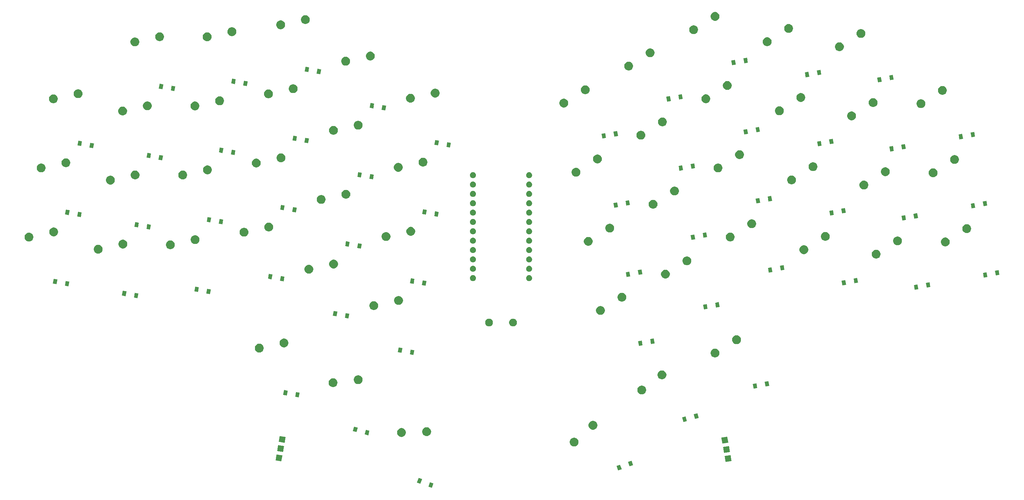
<source format=gbr>
G04 #@! TF.GenerationSoftware,KiCad,Pcbnew,(5.0.2)-1*
G04 #@! TF.CreationDate,2019-02-25T13:46:33+08:00*
G04 #@! TF.ProjectId,Kisaragi,4b697361-7261-4676-992e-6b696361645f,rev?*
G04 #@! TF.SameCoordinates,Original*
G04 #@! TF.FileFunction,Soldermask,Bot*
G04 #@! TF.FilePolarity,Negative*
%FSLAX46Y46*%
G04 Gerber Fmt 4.6, Leading zero omitted, Abs format (unit mm)*
G04 Created by KiCad (PCBNEW (5.0.2)-1) date 25/02/2019 13:46:33*
%MOMM*%
%LPD*%
G01*
G04 APERTURE LIST*
%ADD10C,0.100000*%
G04 APERTURE END LIST*
D10*
G36*
X196993934Y-230083945D02*
X196993934Y-230083946D01*
X196548624Y-231307424D01*
X196548624Y-231307425D01*
X195607052Y-230964721D01*
X196052362Y-229741241D01*
X196993934Y-230083945D01*
X196993934Y-230083945D01*
G37*
G36*
X193892948Y-228955279D02*
X193892948Y-228955280D01*
X193447638Y-230178758D01*
X193447638Y-230178759D01*
X192506066Y-229836055D01*
X192951376Y-228612575D01*
X193892948Y-228955279D01*
X193892948Y-228955279D01*
G37*
G36*
X247992948Y-226234721D02*
X247051376Y-226577425D01*
X246606066Y-225353945D01*
X247547638Y-225011241D01*
X247992948Y-226234721D01*
X247992948Y-226234721D01*
G37*
G36*
X251093934Y-225106055D02*
X250152362Y-225448759D01*
X249929707Y-224837019D01*
X249707052Y-224225280D01*
X249707052Y-224225279D01*
X250648624Y-223882575D01*
X251093934Y-225106055D01*
X251093934Y-225106055D01*
G37*
G36*
X277752891Y-224010885D02*
X276151593Y-224293237D01*
X275869241Y-222691939D01*
X277470539Y-222409587D01*
X277752891Y-224010885D01*
X277752891Y-224010885D01*
G37*
G36*
X156060759Y-222481939D02*
X155778407Y-224083237D01*
X154177109Y-223800885D01*
X154459461Y-222199587D01*
X156060759Y-222481939D01*
X156060759Y-222481939D01*
G37*
G36*
X277311825Y-221509473D02*
X275710527Y-221791825D01*
X275428175Y-220190527D01*
X277029473Y-219908175D01*
X277311825Y-221509473D01*
X277311825Y-221509473D01*
G37*
G36*
X156501825Y-219980527D02*
X156219473Y-221581825D01*
X154618175Y-221299473D01*
X154900527Y-219698175D01*
X156501825Y-219980527D01*
X156501825Y-219980527D01*
G37*
G36*
X235449317Y-217718162D02*
X235666612Y-217808168D01*
X235862171Y-217938837D01*
X236028480Y-218105146D01*
X236159149Y-218300705D01*
X236249155Y-218518000D01*
X236295040Y-218748678D01*
X236295040Y-218983876D01*
X236249155Y-219214554D01*
X236159149Y-219431849D01*
X236028480Y-219627408D01*
X235862171Y-219793717D01*
X235666612Y-219924386D01*
X235449317Y-220014392D01*
X235218639Y-220060277D01*
X234983441Y-220060277D01*
X234752763Y-220014392D01*
X234535468Y-219924386D01*
X234339909Y-219793717D01*
X234173600Y-219627408D01*
X234042931Y-219431849D01*
X233952925Y-219214554D01*
X233907040Y-218983876D01*
X233907040Y-218748678D01*
X233952925Y-218518000D01*
X234042931Y-218300705D01*
X234173600Y-218105146D01*
X234339909Y-217938837D01*
X234535468Y-217808168D01*
X234752763Y-217718162D01*
X234983441Y-217672277D01*
X235218639Y-217672277D01*
X235449317Y-217718162D01*
X235449317Y-217718162D01*
G37*
G36*
X276870759Y-219008061D02*
X275269461Y-219290413D01*
X274987109Y-217689115D01*
X276588407Y-217406763D01*
X276870759Y-219008061D01*
X276870759Y-219008061D01*
G37*
G36*
X156942891Y-217479115D02*
X156660539Y-219080413D01*
X155059241Y-218798061D01*
X155341593Y-217196763D01*
X156942891Y-217479115D01*
X156942891Y-217479115D01*
G37*
G36*
X188656779Y-215111969D02*
X188874074Y-215201975D01*
X189069633Y-215332644D01*
X189235942Y-215498953D01*
X189366611Y-215694512D01*
X189456617Y-215911807D01*
X189502502Y-216142485D01*
X189502502Y-216377683D01*
X189456617Y-216608361D01*
X189366611Y-216825656D01*
X189235942Y-217021215D01*
X189069633Y-217187524D01*
X188874074Y-217318193D01*
X188660246Y-217406763D01*
X188656779Y-217408199D01*
X188426101Y-217454084D01*
X188190903Y-217454084D01*
X187960225Y-217408199D01*
X187956758Y-217406763D01*
X187742930Y-217318193D01*
X187547371Y-217187524D01*
X187381062Y-217021215D01*
X187250393Y-216825656D01*
X187160387Y-216608361D01*
X187114502Y-216377683D01*
X187114502Y-216142485D01*
X187160387Y-215911807D01*
X187250393Y-215694512D01*
X187381062Y-215498953D01*
X187547371Y-215332644D01*
X187742930Y-215201975D01*
X187960225Y-215111969D01*
X188190903Y-215066084D01*
X188426101Y-215066084D01*
X188656779Y-215111969D01*
X188656779Y-215111969D01*
G37*
G36*
X195492560Y-214896978D02*
X195709855Y-214986984D01*
X195905414Y-215117653D01*
X196071723Y-215283962D01*
X196202392Y-215479521D01*
X196292398Y-215696816D01*
X196338283Y-215927494D01*
X196338283Y-216162692D01*
X196292398Y-216393370D01*
X196202392Y-216610665D01*
X196071723Y-216806224D01*
X195905414Y-216972533D01*
X195709855Y-217103202D01*
X195506282Y-217187524D01*
X195492560Y-217193208D01*
X195261882Y-217239093D01*
X195026684Y-217239093D01*
X194796006Y-217193208D01*
X194782284Y-217187524D01*
X194578711Y-217103202D01*
X194383152Y-216972533D01*
X194216843Y-216806224D01*
X194086174Y-216610665D01*
X193996168Y-216393370D01*
X193950283Y-216162692D01*
X193950283Y-215927494D01*
X193996168Y-215696816D01*
X194086174Y-215479521D01*
X194216843Y-215283962D01*
X194383152Y-215117653D01*
X194578711Y-214986984D01*
X194796006Y-214896978D01*
X195026684Y-214851093D01*
X195261882Y-214851093D01*
X195492560Y-214896978D01*
X195492560Y-214896978D01*
G37*
G36*
X179656198Y-215767901D02*
X179319216Y-217025536D01*
X178351358Y-216766199D01*
X178688340Y-215508564D01*
X179656198Y-215767901D01*
X179656198Y-215767901D01*
G37*
G36*
X176468642Y-214913801D02*
X176131660Y-216171436D01*
X175163802Y-215912099D01*
X175500784Y-214654464D01*
X176468642Y-214913801D01*
X176468642Y-214913801D01*
G37*
G36*
X240547634Y-213159515D02*
X240764929Y-213249521D01*
X240960488Y-213380190D01*
X241126797Y-213546499D01*
X241257466Y-213742058D01*
X241347472Y-213959353D01*
X241393357Y-214190031D01*
X241393357Y-214425229D01*
X241347472Y-214655907D01*
X241257466Y-214873202D01*
X241126797Y-215068761D01*
X240960488Y-215235070D01*
X240764929Y-215365739D01*
X240547634Y-215455745D01*
X240316956Y-215501630D01*
X240081758Y-215501630D01*
X239851080Y-215455745D01*
X239633785Y-215365739D01*
X239438226Y-215235070D01*
X239271917Y-215068761D01*
X239141248Y-214873202D01*
X239051242Y-214655907D01*
X239005357Y-214425229D01*
X239005357Y-214190031D01*
X239051242Y-213959353D01*
X239141248Y-213742058D01*
X239271917Y-213546499D01*
X239438226Y-213380190D01*
X239633785Y-213249521D01*
X239851080Y-213159515D01*
X240081758Y-213113630D01*
X240316956Y-213113630D01*
X240547634Y-213159515D01*
X240547634Y-213159515D01*
G37*
G36*
X265638642Y-213186199D02*
X264670784Y-213445536D01*
X264333802Y-212187901D01*
X265301660Y-211928564D01*
X265638642Y-213186199D01*
X265638642Y-213186199D01*
G37*
G36*
X268826198Y-212332099D02*
X267858340Y-212591436D01*
X267521358Y-211333801D01*
X268489216Y-211074464D01*
X268826198Y-212332099D01*
X268826198Y-212332099D01*
G37*
G36*
X160736300Y-205488926D02*
X160510210Y-206771146D01*
X159523432Y-206597150D01*
X159749522Y-205314930D01*
X160736300Y-205488926D01*
X160736300Y-205488926D01*
G37*
G36*
X157486434Y-204915888D02*
X157260344Y-206198108D01*
X156273566Y-206024112D01*
X156499656Y-204741892D01*
X157486434Y-204915888D01*
X157486434Y-204915888D01*
G37*
G36*
X253770699Y-203564534D02*
X253987994Y-203654540D01*
X254183553Y-203785209D01*
X254349862Y-203951518D01*
X254480531Y-204147077D01*
X254570537Y-204364372D01*
X254616422Y-204595050D01*
X254616422Y-204830248D01*
X254570537Y-205060926D01*
X254480531Y-205278221D01*
X254349862Y-205473780D01*
X254183553Y-205640089D01*
X253987994Y-205770758D01*
X253770699Y-205860764D01*
X253540021Y-205906649D01*
X253304823Y-205906649D01*
X253074145Y-205860764D01*
X252856850Y-205770758D01*
X252661291Y-205640089D01*
X252494982Y-205473780D01*
X252364313Y-205278221D01*
X252274307Y-205060926D01*
X252228422Y-204830248D01*
X252228422Y-204595050D01*
X252274307Y-204364372D01*
X252364313Y-204147077D01*
X252494982Y-203951518D01*
X252661291Y-203785209D01*
X252856850Y-203654540D01*
X253074145Y-203564534D01*
X253304823Y-203518649D01*
X253540021Y-203518649D01*
X253770699Y-203564534D01*
X253770699Y-203564534D01*
G37*
G36*
X284721501Y-204180631D02*
X283734723Y-204354627D01*
X283508633Y-203072407D01*
X284495411Y-202898411D01*
X284721501Y-204180631D01*
X284721501Y-204180631D01*
G37*
G36*
X170135500Y-201592333D02*
X170352795Y-201682339D01*
X170548354Y-201813008D01*
X170714663Y-201979317D01*
X170845332Y-202174876D01*
X170935338Y-202392171D01*
X170981223Y-202622849D01*
X170981223Y-202858047D01*
X170935338Y-203088725D01*
X170845332Y-203306020D01*
X170714663Y-203501579D01*
X170548354Y-203667888D01*
X170352795Y-203798557D01*
X170135500Y-203888563D01*
X169904822Y-203934448D01*
X169669624Y-203934448D01*
X169438946Y-203888563D01*
X169221651Y-203798557D01*
X169026092Y-203667888D01*
X168859783Y-203501579D01*
X168729114Y-203306020D01*
X168639108Y-203088725D01*
X168593223Y-202858047D01*
X168593223Y-202622849D01*
X168639108Y-202392171D01*
X168729114Y-202174876D01*
X168859783Y-201979317D01*
X169026092Y-201813008D01*
X169221651Y-201682339D01*
X169438946Y-201592333D01*
X169669624Y-201546448D01*
X169904822Y-201546448D01*
X170135500Y-201592333D01*
X170135500Y-201592333D01*
G37*
G36*
X287971367Y-203607593D02*
X286984589Y-203781589D01*
X286758499Y-202499369D01*
X287745277Y-202325373D01*
X287971367Y-203607593D01*
X287971367Y-203607593D01*
G37*
G36*
X176926529Y-200782382D02*
X177143824Y-200872388D01*
X177339383Y-201003057D01*
X177505692Y-201169366D01*
X177636361Y-201364925D01*
X177726367Y-201582220D01*
X177772252Y-201812898D01*
X177772252Y-202048096D01*
X177726367Y-202278774D01*
X177636361Y-202496069D01*
X177505692Y-202691628D01*
X177339383Y-202857937D01*
X177143824Y-202988606D01*
X176926529Y-203078612D01*
X176695851Y-203124497D01*
X176460653Y-203124497D01*
X176229975Y-203078612D01*
X176012680Y-202988606D01*
X175817121Y-202857937D01*
X175650812Y-202691628D01*
X175520143Y-202496069D01*
X175430137Y-202278774D01*
X175384252Y-202048096D01*
X175384252Y-201812898D01*
X175430137Y-201582220D01*
X175520143Y-201364925D01*
X175650812Y-201169366D01*
X175817121Y-201003057D01*
X176012680Y-200872388D01*
X176229975Y-200782382D01*
X176460653Y-200736497D01*
X176695851Y-200736497D01*
X176926529Y-200782382D01*
X176926529Y-200782382D01*
G37*
G36*
X259246928Y-199467581D02*
X259464223Y-199557587D01*
X259659782Y-199688256D01*
X259826091Y-199854565D01*
X259956760Y-200050124D01*
X260046766Y-200267419D01*
X260092651Y-200498097D01*
X260092651Y-200733295D01*
X260046766Y-200963973D01*
X259956760Y-201181268D01*
X259826091Y-201376827D01*
X259659782Y-201543136D01*
X259464223Y-201673805D01*
X259246928Y-201763811D01*
X259016250Y-201809696D01*
X258781052Y-201809696D01*
X258550374Y-201763811D01*
X258333079Y-201673805D01*
X258137520Y-201543136D01*
X257971211Y-201376827D01*
X257840542Y-201181268D01*
X257750536Y-200963973D01*
X257704651Y-200733295D01*
X257704651Y-200498097D01*
X257750536Y-200267419D01*
X257840542Y-200050124D01*
X257971211Y-199854565D01*
X258137520Y-199688256D01*
X258333079Y-199557587D01*
X258550374Y-199467581D01*
X258781052Y-199421696D01*
X259016250Y-199421696D01*
X259246928Y-199467581D01*
X259246928Y-199467581D01*
G37*
G36*
X273635093Y-193532073D02*
X273852388Y-193622079D01*
X274047947Y-193752748D01*
X274214256Y-193919057D01*
X274344925Y-194114616D01*
X274434931Y-194331911D01*
X274480816Y-194562589D01*
X274480816Y-194797787D01*
X274434931Y-195028465D01*
X274344925Y-195245760D01*
X274214256Y-195441319D01*
X274047947Y-195607628D01*
X273852388Y-195738297D01*
X273635093Y-195828303D01*
X273404415Y-195874188D01*
X273169217Y-195874188D01*
X272938539Y-195828303D01*
X272721244Y-195738297D01*
X272525685Y-195607628D01*
X272359376Y-195441319D01*
X272228707Y-195245760D01*
X272138701Y-195028465D01*
X272092816Y-194797787D01*
X272092816Y-194562589D01*
X272138701Y-194331911D01*
X272228707Y-194114616D01*
X272359376Y-193919057D01*
X272525685Y-193752748D01*
X272721244Y-193622079D01*
X272938539Y-193532073D01*
X273169217Y-193486188D01*
X273404415Y-193486188D01*
X273635093Y-193532073D01*
X273635093Y-193532073D01*
G37*
G36*
X191811367Y-193922407D02*
X191585277Y-195204627D01*
X190598499Y-195030631D01*
X190824589Y-193748411D01*
X191811367Y-193922407D01*
X191811367Y-193922407D01*
G37*
G36*
X188561501Y-193349369D02*
X188335411Y-194631589D01*
X187348633Y-194457593D01*
X187574723Y-193175373D01*
X188561501Y-193349369D01*
X188561501Y-193349369D01*
G37*
G36*
X150127226Y-192208874D02*
X150344521Y-192298880D01*
X150540080Y-192429549D01*
X150706389Y-192595858D01*
X150837058Y-192791417D01*
X150927064Y-193008712D01*
X150972949Y-193239390D01*
X150972949Y-193474588D01*
X150927064Y-193705266D01*
X150837058Y-193922561D01*
X150706389Y-194118120D01*
X150540080Y-194284429D01*
X150344521Y-194415098D01*
X150241928Y-194457593D01*
X150127226Y-194505104D01*
X149896548Y-194550989D01*
X149661350Y-194550989D01*
X149430672Y-194505104D01*
X149315970Y-194457593D01*
X149213377Y-194415098D01*
X149017818Y-194284429D01*
X148851509Y-194118120D01*
X148720840Y-193922561D01*
X148630834Y-193705266D01*
X148584949Y-193474588D01*
X148584949Y-193239390D01*
X148630834Y-193008712D01*
X148720840Y-192791417D01*
X148851509Y-192595858D01*
X149017818Y-192429549D01*
X149213377Y-192298880D01*
X149430672Y-192208874D01*
X149661350Y-192162989D01*
X149896548Y-192162989D01*
X150127226Y-192208874D01*
X150127226Y-192208874D01*
G37*
G36*
X156821821Y-190810128D02*
X157039116Y-190900134D01*
X157234675Y-191030803D01*
X157400984Y-191197112D01*
X157531653Y-191392671D01*
X157621659Y-191609966D01*
X157667544Y-191840644D01*
X157667544Y-192075842D01*
X157621659Y-192306520D01*
X157531653Y-192523815D01*
X157400984Y-192719374D01*
X157234675Y-192885683D01*
X157039116Y-193016352D01*
X156821821Y-193106358D01*
X156591143Y-193152243D01*
X156355945Y-193152243D01*
X156125267Y-193106358D01*
X155907972Y-193016352D01*
X155712413Y-192885683D01*
X155546104Y-192719374D01*
X155415435Y-192523815D01*
X155325429Y-192306520D01*
X155279544Y-192075842D01*
X155279544Y-191840644D01*
X155325429Y-191609966D01*
X155415435Y-191392671D01*
X155546104Y-191197112D01*
X155712413Y-191030803D01*
X155907972Y-190900134D01*
X156125267Y-190810128D01*
X156355945Y-190764243D01*
X156591143Y-190764243D01*
X156821821Y-190810128D01*
X156821821Y-190810128D01*
G37*
G36*
X253651501Y-192620631D02*
X252664723Y-192794627D01*
X252438633Y-191512407D01*
X253425411Y-191338411D01*
X253651501Y-192620631D01*
X253651501Y-192620631D01*
G37*
G36*
X279447556Y-189927995D02*
X279664851Y-190018001D01*
X279860410Y-190148670D01*
X280026719Y-190314979D01*
X280157388Y-190510538D01*
X280247394Y-190727833D01*
X280293279Y-190958511D01*
X280293279Y-191193709D01*
X280247394Y-191424387D01*
X280157388Y-191641682D01*
X280026719Y-191837241D01*
X279860410Y-192003550D01*
X279664851Y-192134219D01*
X279447556Y-192224225D01*
X279216878Y-192270110D01*
X278981680Y-192270110D01*
X278751002Y-192224225D01*
X278533707Y-192134219D01*
X278338148Y-192003550D01*
X278171839Y-191837241D01*
X278041170Y-191641682D01*
X277951164Y-191424387D01*
X277905279Y-191193709D01*
X277905279Y-190958511D01*
X277951164Y-190727833D01*
X278041170Y-190510538D01*
X278171839Y-190314979D01*
X278338148Y-190148670D01*
X278533707Y-190018001D01*
X278751002Y-189927995D01*
X278981680Y-189882110D01*
X279216878Y-189882110D01*
X279447556Y-189927995D01*
X279447556Y-189927995D01*
G37*
G36*
X256901367Y-192047593D02*
X255914589Y-192221589D01*
X255688499Y-190939369D01*
X256675277Y-190765373D01*
X256901367Y-192047593D01*
X256901367Y-192047593D01*
G37*
G36*
X218846565Y-185399389D02*
X219037834Y-185478615D01*
X219209976Y-185593637D01*
X219356363Y-185740024D01*
X219471385Y-185912166D01*
X219550611Y-186103435D01*
X219591000Y-186306484D01*
X219591000Y-186513516D01*
X219550611Y-186716565D01*
X219471385Y-186907834D01*
X219356363Y-187079976D01*
X219209976Y-187226363D01*
X219037834Y-187341385D01*
X218846565Y-187420611D01*
X218643516Y-187461000D01*
X218436484Y-187461000D01*
X218233435Y-187420611D01*
X218042166Y-187341385D01*
X217870024Y-187226363D01*
X217723637Y-187079976D01*
X217608615Y-186907834D01*
X217529389Y-186716565D01*
X217489000Y-186513516D01*
X217489000Y-186306484D01*
X217529389Y-186103435D01*
X217608615Y-185912166D01*
X217723637Y-185740024D01*
X217870024Y-185593637D01*
X218042166Y-185478615D01*
X218233435Y-185399389D01*
X218436484Y-185359000D01*
X218643516Y-185359000D01*
X218846565Y-185399389D01*
X218846565Y-185399389D01*
G37*
G36*
X212346565Y-185399389D02*
X212537834Y-185478615D01*
X212709976Y-185593637D01*
X212856363Y-185740024D01*
X212971385Y-185912166D01*
X213050611Y-186103435D01*
X213091000Y-186306484D01*
X213091000Y-186513516D01*
X213050611Y-186716565D01*
X212971385Y-186907834D01*
X212856363Y-187079976D01*
X212709976Y-187226363D01*
X212537834Y-187341385D01*
X212346565Y-187420611D01*
X212143516Y-187461000D01*
X211936484Y-187461000D01*
X211733435Y-187420611D01*
X211542166Y-187341385D01*
X211370024Y-187226363D01*
X211223637Y-187079976D01*
X211108615Y-186907834D01*
X211029389Y-186716565D01*
X210989000Y-186513516D01*
X210989000Y-186306484D01*
X211029389Y-186103435D01*
X211108615Y-185912166D01*
X211223637Y-185740024D01*
X211370024Y-185593637D01*
X211542166Y-185478615D01*
X211733435Y-185399389D01*
X211936484Y-185359000D01*
X212143516Y-185359000D01*
X212346565Y-185399389D01*
X212346565Y-185399389D01*
G37*
G36*
X174191367Y-184042407D02*
X173965277Y-185324627D01*
X172978499Y-185150631D01*
X173204589Y-183868411D01*
X174191367Y-184042407D01*
X174191367Y-184042407D01*
G37*
G36*
X170941501Y-183469369D02*
X170715411Y-184751589D01*
X169728633Y-184577593D01*
X169954723Y-183295373D01*
X170941501Y-183469369D01*
X170941501Y-183469369D01*
G37*
G36*
X242575093Y-181992073D02*
X242792388Y-182082079D01*
X242987947Y-182212748D01*
X243154256Y-182379057D01*
X243284925Y-182574616D01*
X243374931Y-182791911D01*
X243420816Y-183022589D01*
X243420816Y-183257787D01*
X243374931Y-183488465D01*
X243284925Y-183705760D01*
X243154256Y-183901319D01*
X242987947Y-184067628D01*
X242792388Y-184198297D01*
X242575093Y-184288303D01*
X242344415Y-184334188D01*
X242109217Y-184334188D01*
X241878539Y-184288303D01*
X241661244Y-184198297D01*
X241465685Y-184067628D01*
X241299376Y-183901319D01*
X241168707Y-183705760D01*
X241078701Y-183488465D01*
X241032816Y-183257787D01*
X241032816Y-183022589D01*
X241078701Y-182791911D01*
X241168707Y-182574616D01*
X241299376Y-182379057D01*
X241465685Y-182212748D01*
X241661244Y-182082079D01*
X241878539Y-181992073D01*
X242109217Y-181946188D01*
X242344415Y-181946188D01*
X242575093Y-181992073D01*
X242575093Y-181992073D01*
G37*
G36*
X181177226Y-180668874D02*
X181394521Y-180758880D01*
X181590080Y-180889549D01*
X181756389Y-181055858D01*
X181887058Y-181251417D01*
X181977064Y-181468712D01*
X182022949Y-181699390D01*
X182022949Y-181934588D01*
X181977064Y-182165266D01*
X181887058Y-182382561D01*
X181756389Y-182578120D01*
X181590080Y-182744429D01*
X181394521Y-182875098D01*
X181177226Y-182965104D01*
X180946548Y-183010989D01*
X180711350Y-183010989D01*
X180480672Y-182965104D01*
X180263377Y-182875098D01*
X180067818Y-182744429D01*
X179901509Y-182578120D01*
X179770840Y-182382561D01*
X179680834Y-182165266D01*
X179634949Y-181934588D01*
X179634949Y-181699390D01*
X179680834Y-181468712D01*
X179770840Y-181251417D01*
X179901509Y-181055858D01*
X180067818Y-180889549D01*
X180263377Y-180758880D01*
X180480672Y-180668874D01*
X180711350Y-180622989D01*
X180946548Y-180622989D01*
X181177226Y-180668874D01*
X181177226Y-180668874D01*
G37*
G36*
X271261501Y-182720631D02*
X270274723Y-182894627D01*
X270048633Y-181612407D01*
X271035411Y-181438411D01*
X271261501Y-182720631D01*
X271261501Y-182720631D01*
G37*
G36*
X274511367Y-182147593D02*
X273524589Y-182321589D01*
X273298499Y-181039369D01*
X274285277Y-180865373D01*
X274511367Y-182147593D01*
X274511367Y-182147593D01*
G37*
G36*
X187871821Y-179270128D02*
X188089116Y-179360134D01*
X188284675Y-179490803D01*
X188450984Y-179657112D01*
X188581653Y-179852671D01*
X188671659Y-180069966D01*
X188717544Y-180300644D01*
X188717544Y-180535842D01*
X188671659Y-180766520D01*
X188581653Y-180983815D01*
X188450984Y-181179374D01*
X188284675Y-181345683D01*
X188089116Y-181476352D01*
X187871821Y-181566358D01*
X187641143Y-181612243D01*
X187405945Y-181612243D01*
X187175267Y-181566358D01*
X186957972Y-181476352D01*
X186762413Y-181345683D01*
X186596104Y-181179374D01*
X186465435Y-180983815D01*
X186375429Y-180766520D01*
X186329544Y-180535842D01*
X186329544Y-180300644D01*
X186375429Y-180069966D01*
X186465435Y-179852671D01*
X186596104Y-179657112D01*
X186762413Y-179490803D01*
X186957972Y-179360134D01*
X187175267Y-179270128D01*
X187405945Y-179224243D01*
X187641143Y-179224243D01*
X187871821Y-179270128D01*
X187871821Y-179270128D01*
G37*
G36*
X248387556Y-178387995D02*
X248604851Y-178478001D01*
X248800410Y-178608670D01*
X248966719Y-178774979D01*
X249097388Y-178970538D01*
X249187394Y-179187833D01*
X249233279Y-179418511D01*
X249233279Y-179653709D01*
X249187394Y-179884387D01*
X249097388Y-180101682D01*
X248966719Y-180297241D01*
X248800410Y-180463550D01*
X248604851Y-180594219D01*
X248387556Y-180684225D01*
X248156878Y-180730110D01*
X247921680Y-180730110D01*
X247691002Y-180684225D01*
X247473707Y-180594219D01*
X247278148Y-180463550D01*
X247111839Y-180297241D01*
X246981170Y-180101682D01*
X246891164Y-179884387D01*
X246845279Y-179653709D01*
X246845279Y-179418511D01*
X246891164Y-179187833D01*
X246981170Y-178970538D01*
X247111839Y-178774979D01*
X247278148Y-178608670D01*
X247473707Y-178478001D01*
X247691002Y-178387995D01*
X247921680Y-178342110D01*
X248156878Y-178342110D01*
X248387556Y-178387995D01*
X248387556Y-178387995D01*
G37*
G36*
X117051367Y-178552407D02*
X116825277Y-179834627D01*
X115838499Y-179660631D01*
X116064589Y-178378411D01*
X117051367Y-178552407D01*
X117051367Y-178552407D01*
G37*
G36*
X113801501Y-177979369D02*
X113575411Y-179261589D01*
X112588633Y-179087593D01*
X112814723Y-177805373D01*
X113801501Y-177979369D01*
X113801501Y-177979369D01*
G37*
G36*
X136671367Y-177422407D02*
X136445277Y-178704627D01*
X135458499Y-178530631D01*
X135684589Y-177248411D01*
X136671367Y-177422407D01*
X136671367Y-177422407D01*
G37*
G36*
X133421501Y-176849369D02*
X133195411Y-178131589D01*
X132208633Y-177957593D01*
X132434723Y-176675373D01*
X133421501Y-176849369D01*
X133421501Y-176849369D01*
G37*
G36*
X328361501Y-177350631D02*
X327374723Y-177524627D01*
X327148633Y-176242407D01*
X328135411Y-176068411D01*
X328361501Y-177350631D01*
X328361501Y-177350631D01*
G37*
G36*
X331611367Y-176777593D02*
X330624589Y-176951589D01*
X330398499Y-175669369D01*
X331385277Y-175495373D01*
X331611367Y-176777593D01*
X331611367Y-176777593D01*
G37*
G36*
X98331367Y-175302407D02*
X98105277Y-176584627D01*
X97118499Y-176410631D01*
X97344589Y-175128411D01*
X98331367Y-175302407D01*
X98331367Y-175302407D01*
G37*
G36*
X195081367Y-175172407D02*
X194855277Y-176454627D01*
X193868499Y-176280631D01*
X194094589Y-174998411D01*
X195081367Y-175172407D01*
X195081367Y-175172407D01*
G37*
G36*
X308781501Y-176150631D02*
X307794723Y-176324627D01*
X307568633Y-175042407D01*
X308555411Y-174868411D01*
X308781501Y-176150631D01*
X308781501Y-176150631D01*
G37*
G36*
X95081501Y-174729369D02*
X94855411Y-176011589D01*
X93868633Y-175837593D01*
X94094723Y-174555373D01*
X95081501Y-174729369D01*
X95081501Y-174729369D01*
G37*
G36*
X191831501Y-174599369D02*
X191605411Y-175881589D01*
X190618633Y-175707593D01*
X190844723Y-174425373D01*
X191831501Y-174599369D01*
X191831501Y-174599369D01*
G37*
G36*
X312031367Y-175577593D02*
X311044589Y-175751589D01*
X310818499Y-174469369D01*
X311805277Y-174295373D01*
X312031367Y-175577593D01*
X312031367Y-175577593D01*
G37*
G36*
X156611367Y-173982407D02*
X156385277Y-175264627D01*
X155398499Y-175090631D01*
X155624589Y-173808411D01*
X156611367Y-173982407D01*
X156611367Y-173982407D01*
G37*
G36*
X207910742Y-173580242D02*
X208058702Y-173641530D01*
X208191858Y-173730502D01*
X208305098Y-173843742D01*
X208394070Y-173976898D01*
X208455358Y-174124858D01*
X208486600Y-174281925D01*
X208486600Y-174442075D01*
X208455358Y-174599142D01*
X208407954Y-174713583D01*
X208394071Y-174747100D01*
X208305099Y-174880257D01*
X208191857Y-174993499D01*
X208125730Y-175037683D01*
X208058702Y-175082470D01*
X207910742Y-175143758D01*
X207753675Y-175175000D01*
X207593525Y-175175000D01*
X207436458Y-175143758D01*
X207288498Y-175082470D01*
X207221470Y-175037683D01*
X207155343Y-174993499D01*
X207042101Y-174880257D01*
X206953129Y-174747100D01*
X206939246Y-174713583D01*
X206891842Y-174599142D01*
X206860600Y-174442075D01*
X206860600Y-174281925D01*
X206891842Y-174124858D01*
X206953130Y-173976898D01*
X207042102Y-173843742D01*
X207155342Y-173730502D01*
X207288498Y-173641530D01*
X207436458Y-173580242D01*
X207593525Y-173549000D01*
X207753675Y-173549000D01*
X207910742Y-173580242D01*
X207910742Y-173580242D01*
G37*
G36*
X223130742Y-173580242D02*
X223278702Y-173641530D01*
X223411858Y-173730502D01*
X223525098Y-173843742D01*
X223614070Y-173976898D01*
X223675358Y-174124858D01*
X223706600Y-174281925D01*
X223706600Y-174442075D01*
X223675358Y-174599142D01*
X223627954Y-174713583D01*
X223614071Y-174747100D01*
X223525099Y-174880257D01*
X223411857Y-174993499D01*
X223345730Y-175037683D01*
X223278702Y-175082470D01*
X223130742Y-175143758D01*
X222973675Y-175175000D01*
X222813525Y-175175000D01*
X222656458Y-175143758D01*
X222508498Y-175082470D01*
X222441470Y-175037683D01*
X222375343Y-174993499D01*
X222262101Y-174880257D01*
X222173129Y-174747100D01*
X222159246Y-174713583D01*
X222111842Y-174599142D01*
X222080600Y-174442075D01*
X222080600Y-174281925D01*
X222111842Y-174124858D01*
X222173130Y-173976898D01*
X222262102Y-173843742D01*
X222375342Y-173730502D01*
X222508498Y-173641530D01*
X222656458Y-173580242D01*
X222813525Y-173549000D01*
X222973675Y-173549000D01*
X223130742Y-173580242D01*
X223130742Y-173580242D01*
G37*
G36*
X153361501Y-173409369D02*
X153135411Y-174691589D01*
X152148633Y-174517593D01*
X152374723Y-173235373D01*
X153361501Y-173409369D01*
X153361501Y-173409369D01*
G37*
G36*
X260185093Y-172112073D02*
X260402388Y-172202079D01*
X260597947Y-172332748D01*
X260764256Y-172499057D01*
X260894925Y-172694616D01*
X260984931Y-172911911D01*
X261030816Y-173142589D01*
X261030816Y-173377787D01*
X260984931Y-173608465D01*
X260894925Y-173825760D01*
X260764256Y-174021319D01*
X260597947Y-174187628D01*
X260402388Y-174318297D01*
X260185093Y-174408303D01*
X259954415Y-174454188D01*
X259719217Y-174454188D01*
X259488539Y-174408303D01*
X259271244Y-174318297D01*
X259075685Y-174187628D01*
X258909376Y-174021319D01*
X258778707Y-173825760D01*
X258688701Y-173608465D01*
X258642816Y-173377787D01*
X258642816Y-173142589D01*
X258688701Y-172911911D01*
X258778707Y-172694616D01*
X258909376Y-172499057D01*
X259075685Y-172332748D01*
X259271244Y-172202079D01*
X259488539Y-172112073D01*
X259719217Y-172066188D01*
X259954415Y-172066188D01*
X260185093Y-172112073D01*
X260185093Y-172112073D01*
G37*
G36*
X347081501Y-174030631D02*
X346094723Y-174204627D01*
X345868633Y-172922407D01*
X346855411Y-172748411D01*
X347081501Y-174030631D01*
X347081501Y-174030631D01*
G37*
G36*
X250321501Y-173870631D02*
X249334723Y-174044627D01*
X249108633Y-172762407D01*
X250095411Y-172588411D01*
X250321501Y-173870631D01*
X250321501Y-173870631D01*
G37*
G36*
X350331367Y-173457593D02*
X349344589Y-173631589D01*
X349118499Y-172349369D01*
X350105277Y-172175373D01*
X350331367Y-173457593D01*
X350331367Y-173457593D01*
G37*
G36*
X253571367Y-173297593D02*
X252584589Y-173471589D01*
X252358499Y-172189369D01*
X253345277Y-172015373D01*
X253571367Y-173297593D01*
X253571367Y-173297593D01*
G37*
G36*
X163577226Y-170788874D02*
X163794521Y-170878880D01*
X163990080Y-171009549D01*
X164156389Y-171175858D01*
X164287058Y-171371417D01*
X164377064Y-171588712D01*
X164422949Y-171819390D01*
X164422949Y-172054588D01*
X164377064Y-172285266D01*
X164287058Y-172502561D01*
X164156389Y-172698120D01*
X163990080Y-172864429D01*
X163794521Y-172995098D01*
X163577226Y-173085104D01*
X163346548Y-173130989D01*
X163111350Y-173130989D01*
X162880672Y-173085104D01*
X162663377Y-172995098D01*
X162467818Y-172864429D01*
X162301509Y-172698120D01*
X162170840Y-172502561D01*
X162080834Y-172285266D01*
X162034949Y-172054588D01*
X162034949Y-171819390D01*
X162080834Y-171588712D01*
X162170840Y-171371417D01*
X162301509Y-171175858D01*
X162467818Y-171009549D01*
X162663377Y-170878880D01*
X162880672Y-170788874D01*
X163111350Y-170742989D01*
X163346548Y-170742989D01*
X163577226Y-170788874D01*
X163577226Y-170788874D01*
G37*
G36*
X288831501Y-172700631D02*
X287844723Y-172874627D01*
X287618633Y-171592407D01*
X288605411Y-171418411D01*
X288831501Y-172700631D01*
X288831501Y-172700631D01*
G37*
G36*
X207910742Y-171040242D02*
X208058702Y-171101530D01*
X208125730Y-171146317D01*
X208169944Y-171175859D01*
X208191858Y-171190502D01*
X208305098Y-171303742D01*
X208394070Y-171436898D01*
X208455358Y-171584858D01*
X208486600Y-171741925D01*
X208486600Y-171902075D01*
X208455358Y-172059142D01*
X208452439Y-172066188D01*
X208394071Y-172207100D01*
X208341843Y-172285266D01*
X208305098Y-172340258D01*
X208191858Y-172453498D01*
X208058702Y-172542470D01*
X207910742Y-172603758D01*
X207753675Y-172635000D01*
X207593525Y-172635000D01*
X207436458Y-172603758D01*
X207288498Y-172542470D01*
X207155342Y-172453498D01*
X207042102Y-172340258D01*
X207005358Y-172285266D01*
X206953129Y-172207100D01*
X206894761Y-172066188D01*
X206891842Y-172059142D01*
X206860600Y-171902075D01*
X206860600Y-171741925D01*
X206891842Y-171584858D01*
X206953130Y-171436898D01*
X207042102Y-171303742D01*
X207155342Y-171190502D01*
X207177257Y-171175859D01*
X207221470Y-171146317D01*
X207288498Y-171101530D01*
X207436458Y-171040242D01*
X207593525Y-171009000D01*
X207753675Y-171009000D01*
X207910742Y-171040242D01*
X207910742Y-171040242D01*
G37*
G36*
X223130742Y-171040242D02*
X223278702Y-171101530D01*
X223345730Y-171146317D01*
X223389944Y-171175859D01*
X223411858Y-171190502D01*
X223525098Y-171303742D01*
X223614070Y-171436898D01*
X223675358Y-171584858D01*
X223706600Y-171741925D01*
X223706600Y-171902075D01*
X223675358Y-172059142D01*
X223672439Y-172066188D01*
X223614071Y-172207100D01*
X223561843Y-172285266D01*
X223525098Y-172340258D01*
X223411858Y-172453498D01*
X223278702Y-172542470D01*
X223130742Y-172603758D01*
X222973675Y-172635000D01*
X222813525Y-172635000D01*
X222656458Y-172603758D01*
X222508498Y-172542470D01*
X222375342Y-172453498D01*
X222262102Y-172340258D01*
X222225358Y-172285266D01*
X222173129Y-172207100D01*
X222114761Y-172066188D01*
X222111842Y-172059142D01*
X222080600Y-171902075D01*
X222080600Y-171741925D01*
X222111842Y-171584858D01*
X222173130Y-171436898D01*
X222262102Y-171303742D01*
X222375342Y-171190502D01*
X222397257Y-171175859D01*
X222441470Y-171146317D01*
X222508498Y-171101530D01*
X222656458Y-171040242D01*
X222813525Y-171009000D01*
X222973675Y-171009000D01*
X223130742Y-171040242D01*
X223130742Y-171040242D01*
G37*
G36*
X292081367Y-172127593D02*
X291094589Y-172301589D01*
X290868499Y-171019369D01*
X291855277Y-170845373D01*
X292081367Y-172127593D01*
X292081367Y-172127593D01*
G37*
G36*
X170271821Y-169390128D02*
X170489116Y-169480134D01*
X170684675Y-169610803D01*
X170850984Y-169777112D01*
X170981653Y-169972671D01*
X171071659Y-170189966D01*
X171117544Y-170420644D01*
X171117544Y-170655842D01*
X171071659Y-170886520D01*
X170981653Y-171103815D01*
X170850984Y-171299374D01*
X170684675Y-171465683D01*
X170489116Y-171596352D01*
X170271821Y-171686358D01*
X170041143Y-171732243D01*
X169805945Y-171732243D01*
X169575267Y-171686358D01*
X169357972Y-171596352D01*
X169162413Y-171465683D01*
X168996104Y-171299374D01*
X168865435Y-171103815D01*
X168775429Y-170886520D01*
X168729544Y-170655842D01*
X168729544Y-170420644D01*
X168775429Y-170189966D01*
X168865435Y-169972671D01*
X168996104Y-169777112D01*
X169162413Y-169610803D01*
X169357972Y-169480134D01*
X169575267Y-169390128D01*
X169805945Y-169344243D01*
X170041143Y-169344243D01*
X170271821Y-169390128D01*
X170271821Y-169390128D01*
G37*
G36*
X265997556Y-168507995D02*
X266214851Y-168598001D01*
X266410410Y-168728670D01*
X266576719Y-168894979D01*
X266707388Y-169090538D01*
X266797394Y-169307833D01*
X266843279Y-169538511D01*
X266843279Y-169773709D01*
X266797394Y-170004387D01*
X266707388Y-170221682D01*
X266576719Y-170417241D01*
X266410410Y-170583550D01*
X266214851Y-170714219D01*
X266034617Y-170788874D01*
X265997556Y-170804225D01*
X265766878Y-170850110D01*
X265531680Y-170850110D01*
X265301002Y-170804225D01*
X265263941Y-170788874D01*
X265083707Y-170714219D01*
X264888148Y-170583550D01*
X264721839Y-170417241D01*
X264591170Y-170221682D01*
X264501164Y-170004387D01*
X264455279Y-169773709D01*
X264455279Y-169538511D01*
X264501164Y-169307833D01*
X264591170Y-169090538D01*
X264721839Y-168894979D01*
X264888148Y-168728670D01*
X265083707Y-168598001D01*
X265301002Y-168507995D01*
X265531680Y-168462110D01*
X265766878Y-168462110D01*
X265997556Y-168507995D01*
X265997556Y-168507995D01*
G37*
G36*
X223130742Y-168500242D02*
X223278702Y-168561530D01*
X223333285Y-168598001D01*
X223411857Y-168650501D01*
X223525099Y-168763743D01*
X223569283Y-168829870D01*
X223614070Y-168896898D01*
X223675358Y-169044858D01*
X223706600Y-169201925D01*
X223706600Y-169362075D01*
X223675358Y-169519142D01*
X223637390Y-169610803D01*
X223614071Y-169667100D01*
X223542838Y-169773709D01*
X223525098Y-169800258D01*
X223411858Y-169913498D01*
X223278702Y-170002470D01*
X223130742Y-170063758D01*
X222973675Y-170095000D01*
X222813525Y-170095000D01*
X222656458Y-170063758D01*
X222508498Y-170002470D01*
X222375342Y-169913498D01*
X222262102Y-169800258D01*
X222244363Y-169773709D01*
X222173129Y-169667100D01*
X222149810Y-169610803D01*
X222111842Y-169519142D01*
X222080600Y-169362075D01*
X222080600Y-169201925D01*
X222111842Y-169044858D01*
X222173130Y-168896898D01*
X222217917Y-168829870D01*
X222262101Y-168763743D01*
X222375343Y-168650501D01*
X222453915Y-168598001D01*
X222508498Y-168561530D01*
X222656458Y-168500242D01*
X222813525Y-168469000D01*
X222973675Y-168469000D01*
X223130742Y-168500242D01*
X223130742Y-168500242D01*
G37*
G36*
X207910742Y-168500242D02*
X208058702Y-168561530D01*
X208113285Y-168598001D01*
X208191857Y-168650501D01*
X208305099Y-168763743D01*
X208349283Y-168829870D01*
X208394070Y-168896898D01*
X208455358Y-169044858D01*
X208486600Y-169201925D01*
X208486600Y-169362075D01*
X208455358Y-169519142D01*
X208417390Y-169610803D01*
X208394071Y-169667100D01*
X208322838Y-169773709D01*
X208305098Y-169800258D01*
X208191858Y-169913498D01*
X208058702Y-170002470D01*
X207910742Y-170063758D01*
X207753675Y-170095000D01*
X207593525Y-170095000D01*
X207436458Y-170063758D01*
X207288498Y-170002470D01*
X207155342Y-169913498D01*
X207042102Y-169800258D01*
X207024363Y-169773709D01*
X206953129Y-169667100D01*
X206929810Y-169610803D01*
X206891842Y-169519142D01*
X206860600Y-169362075D01*
X206860600Y-169201925D01*
X206891842Y-169044858D01*
X206953130Y-168896898D01*
X206997917Y-168829870D01*
X207042101Y-168763743D01*
X207155343Y-168650501D01*
X207233915Y-168598001D01*
X207288498Y-168561530D01*
X207436458Y-168500242D01*
X207593525Y-168469000D01*
X207753675Y-168469000D01*
X207910742Y-168500242D01*
X207910742Y-168500242D01*
G37*
G36*
X317265093Y-166702073D02*
X317482388Y-166792079D01*
X317677947Y-166922748D01*
X317844256Y-167089057D01*
X317974925Y-167284616D01*
X318064931Y-167501911D01*
X318110816Y-167732589D01*
X318110816Y-167967787D01*
X318064931Y-168198465D01*
X317974925Y-168415760D01*
X317844256Y-168611319D01*
X317677947Y-168777628D01*
X317482388Y-168908297D01*
X317265093Y-168998303D01*
X317034415Y-169044188D01*
X316799217Y-169044188D01*
X316568539Y-168998303D01*
X316351244Y-168908297D01*
X316155685Y-168777628D01*
X315989376Y-168611319D01*
X315858707Y-168415760D01*
X315768701Y-168198465D01*
X315722816Y-167967787D01*
X315722816Y-167732589D01*
X315768701Y-167501911D01*
X315858707Y-167284616D01*
X315989376Y-167089057D01*
X316155685Y-166922748D01*
X316351244Y-166792079D01*
X316568539Y-166702073D01*
X316799217Y-166656188D01*
X317034415Y-166656188D01*
X317265093Y-166702073D01*
X317265093Y-166702073D01*
G37*
G36*
X297695093Y-165492073D02*
X297912388Y-165582079D01*
X298107947Y-165712748D01*
X298274256Y-165879057D01*
X298404925Y-166074616D01*
X298494931Y-166291911D01*
X298540816Y-166522589D01*
X298540816Y-166757787D01*
X298494931Y-166988465D01*
X298404925Y-167205760D01*
X298274256Y-167401319D01*
X298107947Y-167567628D01*
X297912388Y-167698297D01*
X297695093Y-167788303D01*
X297464415Y-167834188D01*
X297229217Y-167834188D01*
X296998539Y-167788303D01*
X296781244Y-167698297D01*
X296585685Y-167567628D01*
X296419376Y-167401319D01*
X296288707Y-167205760D01*
X296198701Y-166988465D01*
X296152816Y-166757787D01*
X296152816Y-166522589D01*
X296198701Y-166291911D01*
X296288707Y-166074616D01*
X296419376Y-165879057D01*
X296585685Y-165712748D01*
X296781244Y-165582079D01*
X296998539Y-165492073D01*
X297229217Y-165446188D01*
X297464415Y-165446188D01*
X297695093Y-165492073D01*
X297695093Y-165492073D01*
G37*
G36*
X106497226Y-165368874D02*
X106714521Y-165458880D01*
X106910080Y-165589549D01*
X107076389Y-165755858D01*
X107207058Y-165951417D01*
X107297064Y-166168712D01*
X107342949Y-166399390D01*
X107342949Y-166634588D01*
X107297064Y-166865266D01*
X107207058Y-167082561D01*
X107076389Y-167278120D01*
X106910080Y-167444429D01*
X106714521Y-167575098D01*
X106497226Y-167665104D01*
X106266548Y-167710989D01*
X106031350Y-167710989D01*
X105800672Y-167665104D01*
X105583377Y-167575098D01*
X105387818Y-167444429D01*
X105221509Y-167278120D01*
X105090840Y-167082561D01*
X105000834Y-166865266D01*
X104954949Y-166634588D01*
X104954949Y-166399390D01*
X105000834Y-166168712D01*
X105090840Y-165951417D01*
X105221509Y-165755858D01*
X105387818Y-165589549D01*
X105583377Y-165458880D01*
X105800672Y-165368874D01*
X106031350Y-165322989D01*
X106266548Y-165322989D01*
X106497226Y-165368874D01*
X106497226Y-165368874D01*
G37*
G36*
X223130742Y-165960242D02*
X223278702Y-166021530D01*
X223345730Y-166066317D01*
X223363394Y-166078119D01*
X223411858Y-166110502D01*
X223525098Y-166223742D01*
X223614070Y-166356898D01*
X223675358Y-166504858D01*
X223706600Y-166661925D01*
X223706600Y-166822075D01*
X223675358Y-166979142D01*
X223671496Y-166988465D01*
X223614071Y-167127100D01*
X223525099Y-167260257D01*
X223411857Y-167373499D01*
X223370221Y-167401319D01*
X223278702Y-167462470D01*
X223130742Y-167523758D01*
X222973675Y-167555000D01*
X222813525Y-167555000D01*
X222656458Y-167523758D01*
X222508498Y-167462470D01*
X222416979Y-167401319D01*
X222375343Y-167373499D01*
X222262101Y-167260257D01*
X222173129Y-167127100D01*
X222115704Y-166988465D01*
X222111842Y-166979142D01*
X222080600Y-166822075D01*
X222080600Y-166661925D01*
X222111842Y-166504858D01*
X222173130Y-166356898D01*
X222262102Y-166223742D01*
X222375342Y-166110502D01*
X222423807Y-166078119D01*
X222441470Y-166066317D01*
X222508498Y-166021530D01*
X222656458Y-165960242D01*
X222813525Y-165929000D01*
X222973675Y-165929000D01*
X223130742Y-165960242D01*
X223130742Y-165960242D01*
G37*
G36*
X207910742Y-165960242D02*
X208058702Y-166021530D01*
X208125730Y-166066317D01*
X208143394Y-166078119D01*
X208191858Y-166110502D01*
X208305098Y-166223742D01*
X208394070Y-166356898D01*
X208455358Y-166504858D01*
X208486600Y-166661925D01*
X208486600Y-166822075D01*
X208455358Y-166979142D01*
X208451496Y-166988465D01*
X208394071Y-167127100D01*
X208305099Y-167260257D01*
X208191857Y-167373499D01*
X208150221Y-167401319D01*
X208058702Y-167462470D01*
X207910742Y-167523758D01*
X207753675Y-167555000D01*
X207593525Y-167555000D01*
X207436458Y-167523758D01*
X207288498Y-167462470D01*
X207196979Y-167401319D01*
X207155343Y-167373499D01*
X207042101Y-167260257D01*
X206953129Y-167127100D01*
X206895704Y-166988465D01*
X206891842Y-166979142D01*
X206860600Y-166822075D01*
X206860600Y-166661925D01*
X206891842Y-166504858D01*
X206953130Y-166356898D01*
X207042102Y-166223742D01*
X207155342Y-166110502D01*
X207203807Y-166078119D01*
X207221470Y-166066317D01*
X207288498Y-166021530D01*
X207436458Y-165960242D01*
X207593525Y-165929000D01*
X207753675Y-165929000D01*
X207910742Y-165960242D01*
X207910742Y-165960242D01*
G37*
G36*
X126057226Y-164168874D02*
X126274521Y-164258880D01*
X126470080Y-164389549D01*
X126636389Y-164555858D01*
X126767058Y-164751417D01*
X126857064Y-164968712D01*
X126902949Y-165199390D01*
X126902949Y-165434588D01*
X126857064Y-165665266D01*
X126767058Y-165882561D01*
X126636389Y-166078120D01*
X126470080Y-166244429D01*
X126274521Y-166375098D01*
X126057226Y-166465104D01*
X125826548Y-166510989D01*
X125591350Y-166510989D01*
X125360672Y-166465104D01*
X125143377Y-166375098D01*
X124947818Y-166244429D01*
X124781509Y-166078120D01*
X124650840Y-165882561D01*
X124560834Y-165665266D01*
X124514949Y-165434588D01*
X124514949Y-165199390D01*
X124560834Y-164968712D01*
X124650840Y-164751417D01*
X124781509Y-164555858D01*
X124947818Y-164389549D01*
X125143377Y-164258880D01*
X125360672Y-164168874D01*
X125591350Y-164122989D01*
X125826548Y-164122989D01*
X126057226Y-164168874D01*
X126057226Y-164168874D01*
G37*
G36*
X177541367Y-165102407D02*
X177315277Y-166384627D01*
X176328499Y-166210631D01*
X176554589Y-164928411D01*
X177541367Y-165102407D01*
X177541367Y-165102407D01*
G37*
G36*
X113191821Y-163970128D02*
X113409116Y-164060134D01*
X113604675Y-164190803D01*
X113770984Y-164357112D01*
X113901653Y-164552671D01*
X113991659Y-164769966D01*
X114037544Y-165000644D01*
X114037544Y-165235842D01*
X113991659Y-165466520D01*
X113901653Y-165683815D01*
X113770984Y-165879374D01*
X113604675Y-166045683D01*
X113409116Y-166176352D01*
X113191821Y-166266358D01*
X112961143Y-166312243D01*
X112725945Y-166312243D01*
X112495267Y-166266358D01*
X112277972Y-166176352D01*
X112082413Y-166045683D01*
X111916104Y-165879374D01*
X111785435Y-165683815D01*
X111695429Y-165466520D01*
X111649544Y-165235842D01*
X111649544Y-165000644D01*
X111695429Y-164769966D01*
X111785435Y-164552671D01*
X111916104Y-164357112D01*
X112082413Y-164190803D01*
X112277972Y-164060134D01*
X112495267Y-163970128D01*
X112725945Y-163924243D01*
X112961143Y-163924243D01*
X113191821Y-163970128D01*
X113191821Y-163970128D01*
G37*
G36*
X174291501Y-164529369D02*
X174065411Y-165811589D01*
X173078633Y-165637593D01*
X173304723Y-164355373D01*
X174291501Y-164529369D01*
X174291501Y-164529369D01*
G37*
G36*
X336015093Y-163382073D02*
X336232388Y-163472079D01*
X336427947Y-163602748D01*
X336594256Y-163769057D01*
X336724925Y-163964616D01*
X336814931Y-164181911D01*
X336860816Y-164412589D01*
X336860816Y-164647787D01*
X336814931Y-164878465D01*
X336724925Y-165095760D01*
X336594256Y-165291319D01*
X336427947Y-165457628D01*
X336232388Y-165588297D01*
X336113376Y-165637593D01*
X336015093Y-165678303D01*
X335784415Y-165724188D01*
X335549217Y-165724188D01*
X335318539Y-165678303D01*
X335220256Y-165637593D01*
X335101244Y-165588297D01*
X334905685Y-165457628D01*
X334739376Y-165291319D01*
X334608707Y-165095760D01*
X334518701Y-164878465D01*
X334472816Y-164647787D01*
X334472816Y-164412589D01*
X334518701Y-164181911D01*
X334608707Y-163964616D01*
X334739376Y-163769057D01*
X334905685Y-163602748D01*
X335101244Y-163472079D01*
X335318539Y-163382073D01*
X335549217Y-163336188D01*
X335784415Y-163336188D01*
X336015093Y-163382073D01*
X336015093Y-163382073D01*
G37*
G36*
X239275093Y-163222073D02*
X239492388Y-163312079D01*
X239687947Y-163442748D01*
X239854256Y-163609057D01*
X239984925Y-163804616D01*
X240074931Y-164021911D01*
X240120816Y-164252589D01*
X240120816Y-164487787D01*
X240074931Y-164718465D01*
X239984925Y-164935760D01*
X239854256Y-165131319D01*
X239687947Y-165297628D01*
X239492388Y-165428297D01*
X239338418Y-165492073D01*
X239275093Y-165518303D01*
X239044415Y-165564188D01*
X238809217Y-165564188D01*
X238578539Y-165518303D01*
X238515214Y-165492073D01*
X238361244Y-165428297D01*
X238165685Y-165297628D01*
X237999376Y-165131319D01*
X237868707Y-164935760D01*
X237778701Y-164718465D01*
X237732816Y-164487787D01*
X237732816Y-164252589D01*
X237778701Y-164021911D01*
X237868707Y-163804616D01*
X237999376Y-163609057D01*
X238165685Y-163442748D01*
X238361244Y-163312079D01*
X238578539Y-163222073D01*
X238809217Y-163176188D01*
X239044415Y-163176188D01*
X239275093Y-163222073D01*
X239275093Y-163222073D01*
G37*
G36*
X323077556Y-163097995D02*
X323294851Y-163188001D01*
X323490410Y-163318670D01*
X323656719Y-163484979D01*
X323787388Y-163680538D01*
X323877394Y-163897833D01*
X323923279Y-164128511D01*
X323923279Y-164363709D01*
X323877394Y-164594387D01*
X323787388Y-164811682D01*
X323656719Y-165007241D01*
X323490410Y-165173550D01*
X323294851Y-165304219D01*
X323138759Y-165368874D01*
X323077556Y-165394225D01*
X322846878Y-165440110D01*
X322611680Y-165440110D01*
X322381002Y-165394225D01*
X322319799Y-165368874D01*
X322163707Y-165304219D01*
X321968148Y-165173550D01*
X321801839Y-165007241D01*
X321671170Y-164811682D01*
X321581164Y-164594387D01*
X321535279Y-164363709D01*
X321535279Y-164128511D01*
X321581164Y-163897833D01*
X321671170Y-163680538D01*
X321801839Y-163484979D01*
X321968148Y-163318670D01*
X322163707Y-163188001D01*
X322381002Y-163097995D01*
X322611680Y-163052110D01*
X322846878Y-163052110D01*
X323077556Y-163097995D01*
X323077556Y-163097995D01*
G37*
G36*
X132751821Y-162770128D02*
X132969116Y-162860134D01*
X133164675Y-162990803D01*
X133330984Y-163157112D01*
X133461653Y-163352671D01*
X133551659Y-163569966D01*
X133597544Y-163800644D01*
X133597544Y-164035842D01*
X133551659Y-164266520D01*
X133461653Y-164483815D01*
X133330984Y-164679374D01*
X133164675Y-164845683D01*
X132969116Y-164976352D01*
X132751821Y-165066358D01*
X132521143Y-165112243D01*
X132285945Y-165112243D01*
X132055267Y-165066358D01*
X131837972Y-164976352D01*
X131642413Y-164845683D01*
X131476104Y-164679374D01*
X131345435Y-164483815D01*
X131255429Y-164266520D01*
X131209544Y-164035842D01*
X131209544Y-163800644D01*
X131255429Y-163569966D01*
X131345435Y-163352671D01*
X131476104Y-163157112D01*
X131642413Y-162990803D01*
X131837972Y-162860134D01*
X132055267Y-162770128D01*
X132285945Y-162724243D01*
X132521143Y-162724243D01*
X132751821Y-162770128D01*
X132751821Y-162770128D01*
G37*
G36*
X223130742Y-163420242D02*
X223278702Y-163481530D01*
X223283865Y-163484980D01*
X223378878Y-163548465D01*
X223411858Y-163570502D01*
X223525098Y-163683742D01*
X223614070Y-163816898D01*
X223675358Y-163964858D01*
X223706600Y-164121925D01*
X223706600Y-164282075D01*
X223675358Y-164439142D01*
X223655208Y-164487787D01*
X223614071Y-164587100D01*
X223552417Y-164679373D01*
X223525098Y-164720258D01*
X223411858Y-164833498D01*
X223278702Y-164922470D01*
X223278701Y-164922471D01*
X223278700Y-164922471D01*
X223246620Y-164935759D01*
X223130742Y-164983758D01*
X222973675Y-165015000D01*
X222813525Y-165015000D01*
X222656458Y-164983758D01*
X222540580Y-164935759D01*
X222508500Y-164922471D01*
X222508499Y-164922471D01*
X222508498Y-164922470D01*
X222375342Y-164833498D01*
X222262102Y-164720258D01*
X222234784Y-164679373D01*
X222173129Y-164587100D01*
X222131992Y-164487787D01*
X222111842Y-164439142D01*
X222080600Y-164282075D01*
X222080600Y-164121925D01*
X222111842Y-163964858D01*
X222173130Y-163816898D01*
X222262102Y-163683742D01*
X222375342Y-163570502D01*
X222408323Y-163548465D01*
X222503335Y-163484980D01*
X222508498Y-163481530D01*
X222656458Y-163420242D01*
X222813525Y-163389000D01*
X222973675Y-163389000D01*
X223130742Y-163420242D01*
X223130742Y-163420242D01*
G37*
G36*
X207910742Y-163420242D02*
X208058702Y-163481530D01*
X208063865Y-163484980D01*
X208158878Y-163548465D01*
X208191858Y-163570502D01*
X208305098Y-163683742D01*
X208394070Y-163816898D01*
X208455358Y-163964858D01*
X208486600Y-164121925D01*
X208486600Y-164282075D01*
X208455358Y-164439142D01*
X208435208Y-164487787D01*
X208394071Y-164587100D01*
X208332417Y-164679373D01*
X208305098Y-164720258D01*
X208191858Y-164833498D01*
X208058702Y-164922470D01*
X208058701Y-164922471D01*
X208058700Y-164922471D01*
X208026620Y-164935759D01*
X207910742Y-164983758D01*
X207753675Y-165015000D01*
X207593525Y-165015000D01*
X207436458Y-164983758D01*
X207320580Y-164935759D01*
X207288500Y-164922471D01*
X207288499Y-164922471D01*
X207288498Y-164922470D01*
X207155342Y-164833498D01*
X207042102Y-164720258D01*
X207014784Y-164679373D01*
X206953129Y-164587100D01*
X206911992Y-164487787D01*
X206891842Y-164439142D01*
X206860600Y-164282075D01*
X206860600Y-164121925D01*
X206891842Y-163964858D01*
X206953130Y-163816898D01*
X207042102Y-163683742D01*
X207155342Y-163570502D01*
X207188323Y-163548465D01*
X207283335Y-163484980D01*
X207288498Y-163481530D01*
X207436458Y-163420242D01*
X207593525Y-163389000D01*
X207753675Y-163389000D01*
X207910742Y-163420242D01*
X207910742Y-163420242D01*
G37*
G36*
X87737226Y-162068874D02*
X87954521Y-162158880D01*
X88150080Y-162289549D01*
X88316389Y-162455858D01*
X88447058Y-162651417D01*
X88537064Y-162868712D01*
X88582949Y-163099390D01*
X88582949Y-163334588D01*
X88537064Y-163565266D01*
X88447058Y-163782561D01*
X88316389Y-163978120D01*
X88150080Y-164144429D01*
X87954521Y-164275098D01*
X87756518Y-164357113D01*
X87737226Y-164365104D01*
X87506548Y-164410989D01*
X87271350Y-164410989D01*
X87040672Y-164365104D01*
X87021380Y-164357113D01*
X86823377Y-164275098D01*
X86627818Y-164144429D01*
X86461509Y-163978120D01*
X86330840Y-163782561D01*
X86240834Y-163565266D01*
X86194949Y-163334588D01*
X86194949Y-163099390D01*
X86240834Y-162868712D01*
X86330840Y-162651417D01*
X86461509Y-162455858D01*
X86627818Y-162289549D01*
X86823377Y-162158880D01*
X87040672Y-162068874D01*
X87271350Y-162022989D01*
X87506548Y-162022989D01*
X87737226Y-162068874D01*
X87737226Y-162068874D01*
G37*
G36*
X277745093Y-162052073D02*
X277962388Y-162142079D01*
X278157947Y-162272748D01*
X278324256Y-162439057D01*
X278454925Y-162634616D01*
X278544931Y-162851911D01*
X278590816Y-163082589D01*
X278590816Y-163317787D01*
X278544931Y-163548465D01*
X278454925Y-163765760D01*
X278324256Y-163961319D01*
X278157947Y-164127628D01*
X277962388Y-164258297D01*
X277904982Y-164282075D01*
X277745093Y-164348303D01*
X277514415Y-164394188D01*
X277279217Y-164394188D01*
X277048539Y-164348303D01*
X276888650Y-164282075D01*
X276831244Y-164258297D01*
X276635685Y-164127628D01*
X276469376Y-163961319D01*
X276338707Y-163765760D01*
X276248701Y-163548465D01*
X276202816Y-163317787D01*
X276202816Y-163082589D01*
X276248701Y-162851911D01*
X276338707Y-162634616D01*
X276469376Y-162439057D01*
X276635685Y-162272748D01*
X276831244Y-162142079D01*
X277048539Y-162052073D01*
X277279217Y-162006188D01*
X277514415Y-162006188D01*
X277745093Y-162052073D01*
X277745093Y-162052073D01*
G37*
G36*
X184487226Y-161908874D02*
X184704521Y-161998880D01*
X184900080Y-162129549D01*
X185066389Y-162295858D01*
X185197058Y-162491417D01*
X185287064Y-162708712D01*
X185332949Y-162939390D01*
X185332949Y-163174588D01*
X185287064Y-163405266D01*
X185197058Y-163622561D01*
X185066389Y-163818120D01*
X184900080Y-163984429D01*
X184704521Y-164115098D01*
X184521752Y-164190803D01*
X184487226Y-164205104D01*
X184256548Y-164250989D01*
X184021350Y-164250989D01*
X183790672Y-164205104D01*
X183756146Y-164190803D01*
X183573377Y-164115098D01*
X183377818Y-163984429D01*
X183211509Y-163818120D01*
X183080840Y-163622561D01*
X182990834Y-163405266D01*
X182944949Y-163174588D01*
X182944949Y-162939390D01*
X182990834Y-162708712D01*
X183080840Y-162491417D01*
X183211509Y-162295858D01*
X183377818Y-162129549D01*
X183573377Y-161998880D01*
X183790672Y-161908874D01*
X184021350Y-161862989D01*
X184256548Y-161862989D01*
X184487226Y-161908874D01*
X184487226Y-161908874D01*
G37*
G36*
X303507556Y-161887995D02*
X303724851Y-161978001D01*
X303920410Y-162108670D01*
X304086719Y-162274979D01*
X304217388Y-162470538D01*
X304307394Y-162687833D01*
X304353279Y-162918511D01*
X304353279Y-163153709D01*
X304307394Y-163384387D01*
X304217388Y-163601682D01*
X304086719Y-163797241D01*
X303920410Y-163963550D01*
X303724851Y-164094219D01*
X303507556Y-164184225D01*
X303276878Y-164230110D01*
X303041680Y-164230110D01*
X302811002Y-164184225D01*
X302593707Y-164094219D01*
X302398148Y-163963550D01*
X302231839Y-163797241D01*
X302101170Y-163601682D01*
X302011164Y-163384387D01*
X301965279Y-163153709D01*
X301965279Y-162918511D01*
X302011164Y-162687833D01*
X302101170Y-162470538D01*
X302231839Y-162274979D01*
X302398148Y-162108670D01*
X302593707Y-161978001D01*
X302811002Y-161887995D01*
X303041680Y-161842110D01*
X303276878Y-161842110D01*
X303507556Y-161887995D01*
X303507556Y-161887995D01*
G37*
G36*
X267901501Y-163800631D02*
X266914723Y-163974627D01*
X266688633Y-162692407D01*
X267675411Y-162518411D01*
X267901501Y-163800631D01*
X267901501Y-163800631D01*
G37*
G36*
X271151367Y-163227593D02*
X270164589Y-163401589D01*
X269938499Y-162119369D01*
X270925277Y-161945373D01*
X271151367Y-163227593D01*
X271151367Y-163227593D01*
G37*
G36*
X146007226Y-160728874D02*
X146224521Y-160818880D01*
X146420080Y-160949549D01*
X146586389Y-161115858D01*
X146717058Y-161311417D01*
X146807064Y-161528712D01*
X146852949Y-161759390D01*
X146852949Y-161994588D01*
X146807064Y-162225266D01*
X146717058Y-162442561D01*
X146586389Y-162638120D01*
X146420080Y-162804429D01*
X146224521Y-162935098D01*
X146007226Y-163025104D01*
X145776548Y-163070989D01*
X145541350Y-163070989D01*
X145310672Y-163025104D01*
X145093377Y-162935098D01*
X144897818Y-162804429D01*
X144731509Y-162638120D01*
X144600840Y-162442561D01*
X144510834Y-162225266D01*
X144464949Y-161994588D01*
X144464949Y-161759390D01*
X144510834Y-161528712D01*
X144600840Y-161311417D01*
X144731509Y-161115858D01*
X144897818Y-160949549D01*
X145093377Y-160818880D01*
X145310672Y-160728874D01*
X145541350Y-160682989D01*
X145776548Y-160682989D01*
X146007226Y-160728874D01*
X146007226Y-160728874D01*
G37*
G36*
X94431821Y-160670128D02*
X94649116Y-160760134D01*
X94844675Y-160890803D01*
X95010984Y-161057112D01*
X95141653Y-161252671D01*
X95231659Y-161469966D01*
X95277544Y-161700644D01*
X95277544Y-161935842D01*
X95231659Y-162166520D01*
X95141653Y-162383815D01*
X95010984Y-162579374D01*
X94844675Y-162745683D01*
X94649116Y-162876352D01*
X94496928Y-162939390D01*
X94431821Y-162966358D01*
X94201143Y-163012243D01*
X93965945Y-163012243D01*
X93735267Y-162966358D01*
X93670160Y-162939390D01*
X93517972Y-162876352D01*
X93322413Y-162745683D01*
X93156104Y-162579374D01*
X93025435Y-162383815D01*
X92935429Y-162166520D01*
X92889544Y-161935842D01*
X92889544Y-161700644D01*
X92935429Y-161469966D01*
X93025435Y-161252671D01*
X93156104Y-161057112D01*
X93322413Y-160890803D01*
X93517972Y-160760134D01*
X93735267Y-160670128D01*
X93965945Y-160624243D01*
X94201143Y-160624243D01*
X94431821Y-160670128D01*
X94431821Y-160670128D01*
G37*
G36*
X191181821Y-160510128D02*
X191399116Y-160600134D01*
X191594675Y-160730803D01*
X191760984Y-160897112D01*
X191891653Y-161092671D01*
X191981659Y-161309966D01*
X192027544Y-161540644D01*
X192027544Y-161775842D01*
X191981659Y-162006520D01*
X191891653Y-162223815D01*
X191760984Y-162419374D01*
X191594675Y-162585683D01*
X191399116Y-162716352D01*
X191328304Y-162745683D01*
X191181821Y-162806358D01*
X190951143Y-162852243D01*
X190715945Y-162852243D01*
X190485267Y-162806358D01*
X190338784Y-162745683D01*
X190267972Y-162716352D01*
X190072413Y-162585683D01*
X189906104Y-162419374D01*
X189775435Y-162223815D01*
X189685429Y-162006520D01*
X189639544Y-161775842D01*
X189639544Y-161540644D01*
X189685429Y-161309966D01*
X189775435Y-161092671D01*
X189906104Y-160897112D01*
X190072413Y-160730803D01*
X190267972Y-160600134D01*
X190485267Y-160510128D01*
X190715945Y-160464243D01*
X190951143Y-160464243D01*
X191181821Y-160510128D01*
X191181821Y-160510128D01*
G37*
G36*
X207910742Y-160880242D02*
X208058702Y-160941530D01*
X208191858Y-161030502D01*
X208305098Y-161143742D01*
X208394070Y-161276898D01*
X208455358Y-161424858D01*
X208486600Y-161581925D01*
X208486600Y-161742075D01*
X208455358Y-161899142D01*
X208411017Y-162006188D01*
X208394071Y-162047100D01*
X208314278Y-162166520D01*
X208305098Y-162180258D01*
X208191858Y-162293498D01*
X208058702Y-162382470D01*
X208058701Y-162382471D01*
X208058700Y-162382471D01*
X208055455Y-162383815D01*
X207910742Y-162443758D01*
X207753675Y-162475000D01*
X207593525Y-162475000D01*
X207436458Y-162443758D01*
X207291745Y-162383815D01*
X207288500Y-162382471D01*
X207288499Y-162382471D01*
X207288498Y-162382470D01*
X207155342Y-162293498D01*
X207042102Y-162180258D01*
X207032923Y-162166520D01*
X206953129Y-162047100D01*
X206936183Y-162006188D01*
X206891842Y-161899142D01*
X206860600Y-161742075D01*
X206860600Y-161581925D01*
X206891842Y-161424858D01*
X206953130Y-161276898D01*
X207042102Y-161143742D01*
X207155342Y-161030502D01*
X207288498Y-160941530D01*
X207436458Y-160880242D01*
X207593525Y-160849000D01*
X207753675Y-160849000D01*
X207910742Y-160880242D01*
X207910742Y-160880242D01*
G37*
G36*
X223130742Y-160880242D02*
X223278702Y-160941530D01*
X223411858Y-161030502D01*
X223525098Y-161143742D01*
X223614070Y-161276898D01*
X223675358Y-161424858D01*
X223706600Y-161581925D01*
X223706600Y-161742075D01*
X223675358Y-161899142D01*
X223631017Y-162006188D01*
X223614071Y-162047100D01*
X223534278Y-162166520D01*
X223525098Y-162180258D01*
X223411858Y-162293498D01*
X223278702Y-162382470D01*
X223278701Y-162382471D01*
X223278700Y-162382471D01*
X223275455Y-162383815D01*
X223130742Y-162443758D01*
X222973675Y-162475000D01*
X222813525Y-162475000D01*
X222656458Y-162443758D01*
X222511745Y-162383815D01*
X222508500Y-162382471D01*
X222508499Y-162382471D01*
X222508498Y-162382470D01*
X222375342Y-162293498D01*
X222262102Y-162180258D01*
X222252923Y-162166520D01*
X222173129Y-162047100D01*
X222156183Y-162006188D01*
X222111842Y-161899142D01*
X222080600Y-161742075D01*
X222080600Y-161581925D01*
X222111842Y-161424858D01*
X222173130Y-161276898D01*
X222262102Y-161143742D01*
X222375342Y-161030502D01*
X222508498Y-160941530D01*
X222656458Y-160880242D01*
X222813525Y-160849000D01*
X222973675Y-160849000D01*
X223130742Y-160880242D01*
X223130742Y-160880242D01*
G37*
G36*
X341827556Y-159777995D02*
X342044851Y-159868001D01*
X342240410Y-159998670D01*
X342406719Y-160164979D01*
X342537388Y-160360538D01*
X342627394Y-160577833D01*
X342673279Y-160808511D01*
X342673279Y-161043709D01*
X342627394Y-161274387D01*
X342537388Y-161491682D01*
X342406719Y-161687241D01*
X342240410Y-161853550D01*
X342044851Y-161984219D01*
X341827556Y-162074225D01*
X341596878Y-162120110D01*
X341361680Y-162120110D01*
X341131002Y-162074225D01*
X340913707Y-161984219D01*
X340718148Y-161853550D01*
X340551839Y-161687241D01*
X340421170Y-161491682D01*
X340331164Y-161274387D01*
X340285279Y-161043709D01*
X340285279Y-160808511D01*
X340331164Y-160577833D01*
X340421170Y-160360538D01*
X340551839Y-160164979D01*
X340718148Y-159998670D01*
X340913707Y-159868001D01*
X341131002Y-159777995D01*
X341361680Y-159732110D01*
X341596878Y-159732110D01*
X341827556Y-159777995D01*
X341827556Y-159777995D01*
G37*
G36*
X245087556Y-159617995D02*
X245304851Y-159708001D01*
X245500410Y-159838670D01*
X245666719Y-160004979D01*
X245797388Y-160200538D01*
X245887394Y-160417833D01*
X245933279Y-160648511D01*
X245933279Y-160883709D01*
X245887394Y-161114387D01*
X245797388Y-161331682D01*
X245666719Y-161527241D01*
X245500410Y-161693550D01*
X245304851Y-161824219D01*
X245087556Y-161914225D01*
X244856878Y-161960110D01*
X244621680Y-161960110D01*
X244391002Y-161914225D01*
X244173707Y-161824219D01*
X243978148Y-161693550D01*
X243811839Y-161527241D01*
X243681170Y-161331682D01*
X243591164Y-161114387D01*
X243545279Y-160883709D01*
X243545279Y-160648511D01*
X243591164Y-160417833D01*
X243681170Y-160200538D01*
X243811839Y-160004979D01*
X243978148Y-159838670D01*
X244173707Y-159708001D01*
X244391002Y-159617995D01*
X244621680Y-159572110D01*
X244856878Y-159572110D01*
X245087556Y-159617995D01*
X245087556Y-159617995D01*
G37*
G36*
X152701821Y-159330128D02*
X152919116Y-159420134D01*
X153114675Y-159550803D01*
X153280984Y-159717112D01*
X153411653Y-159912671D01*
X153501659Y-160129966D01*
X153547544Y-160360644D01*
X153547544Y-160595842D01*
X153501659Y-160826520D01*
X153411653Y-161043815D01*
X153280984Y-161239374D01*
X153114675Y-161405683D01*
X152919116Y-161536352D01*
X152701821Y-161626358D01*
X152471143Y-161672243D01*
X152235945Y-161672243D01*
X152005267Y-161626358D01*
X151787972Y-161536352D01*
X151592413Y-161405683D01*
X151426104Y-161239374D01*
X151295435Y-161043815D01*
X151205429Y-160826520D01*
X151159544Y-160595842D01*
X151159544Y-160360644D01*
X151205429Y-160129966D01*
X151295435Y-159912671D01*
X151426104Y-159717112D01*
X151592413Y-159550803D01*
X151787972Y-159420134D01*
X152005267Y-159330128D01*
X152235945Y-159284243D01*
X152471143Y-159284243D01*
X152701821Y-159330128D01*
X152701821Y-159330128D01*
G37*
G36*
X120421367Y-159872407D02*
X120195277Y-161154627D01*
X119208499Y-160980631D01*
X119434589Y-159698411D01*
X120421367Y-159872407D01*
X120421367Y-159872407D01*
G37*
G36*
X283557556Y-158447995D02*
X283774851Y-158538001D01*
X283970410Y-158668670D01*
X284136719Y-158834979D01*
X284267388Y-159030538D01*
X284357394Y-159247833D01*
X284403279Y-159478511D01*
X284403279Y-159713709D01*
X284357394Y-159944387D01*
X284267388Y-160161682D01*
X284136719Y-160357241D01*
X283970410Y-160523550D01*
X283774851Y-160654219D01*
X283594617Y-160728874D01*
X283557556Y-160744225D01*
X283326878Y-160790110D01*
X283091680Y-160790110D01*
X282861002Y-160744225D01*
X282823941Y-160728874D01*
X282643707Y-160654219D01*
X282448148Y-160523550D01*
X282281839Y-160357241D01*
X282151170Y-160161682D01*
X282061164Y-159944387D01*
X282015279Y-159713709D01*
X282015279Y-159478511D01*
X282061164Y-159247833D01*
X282151170Y-159030538D01*
X282281839Y-158834979D01*
X282448148Y-158668670D01*
X282643707Y-158538001D01*
X282861002Y-158447995D01*
X283091680Y-158402110D01*
X283326878Y-158402110D01*
X283557556Y-158447995D01*
X283557556Y-158447995D01*
G37*
G36*
X117171501Y-159299369D02*
X116945411Y-160581589D01*
X115958633Y-160407593D01*
X116184723Y-159125373D01*
X117171501Y-159299369D01*
X117171501Y-159299369D01*
G37*
G36*
X223130742Y-158340242D02*
X223278702Y-158401530D01*
X223411858Y-158490502D01*
X223525098Y-158603742D01*
X223614070Y-158736898D01*
X223675358Y-158884858D01*
X223706600Y-159041925D01*
X223706600Y-159202075D01*
X223675358Y-159359142D01*
X223614070Y-159507102D01*
X223525098Y-159640258D01*
X223411858Y-159753498D01*
X223278702Y-159842470D01*
X223130742Y-159903758D01*
X222973675Y-159935000D01*
X222813525Y-159935000D01*
X222656458Y-159903758D01*
X222508498Y-159842470D01*
X222375342Y-159753498D01*
X222262102Y-159640258D01*
X222173130Y-159507102D01*
X222111842Y-159359142D01*
X222080600Y-159202075D01*
X222080600Y-159041925D01*
X222111842Y-158884858D01*
X222173130Y-158736898D01*
X222262102Y-158603742D01*
X222375342Y-158490502D01*
X222508498Y-158401530D01*
X222656458Y-158340242D01*
X222813525Y-158309000D01*
X222973675Y-158309000D01*
X223130742Y-158340242D01*
X223130742Y-158340242D01*
G37*
G36*
X207910742Y-158340242D02*
X208058702Y-158401530D01*
X208191858Y-158490502D01*
X208305098Y-158603742D01*
X208394070Y-158736898D01*
X208455358Y-158884858D01*
X208486600Y-159041925D01*
X208486600Y-159202075D01*
X208455358Y-159359142D01*
X208394070Y-159507102D01*
X208305098Y-159640258D01*
X208191858Y-159753498D01*
X208058702Y-159842470D01*
X207910742Y-159903758D01*
X207753675Y-159935000D01*
X207593525Y-159935000D01*
X207436458Y-159903758D01*
X207288498Y-159842470D01*
X207155342Y-159753498D01*
X207042102Y-159640258D01*
X206953130Y-159507102D01*
X206891842Y-159359142D01*
X206860600Y-159202075D01*
X206860600Y-159041925D01*
X206891842Y-158884858D01*
X206953130Y-158736898D01*
X207042102Y-158603742D01*
X207155342Y-158490502D01*
X207288498Y-158401530D01*
X207436458Y-158340242D01*
X207593525Y-158309000D01*
X207753675Y-158309000D01*
X207910742Y-158340242D01*
X207910742Y-158340242D01*
G37*
G36*
X140021367Y-158502407D02*
X139795277Y-159784627D01*
X138808499Y-159610631D01*
X139034589Y-158328411D01*
X140021367Y-158502407D01*
X140021367Y-158502407D01*
G37*
G36*
X136771501Y-157929369D02*
X136545411Y-159211589D01*
X135558633Y-159037593D01*
X135784723Y-157755373D01*
X136771501Y-157929369D01*
X136771501Y-157929369D01*
G37*
G36*
X325011501Y-158590631D02*
X324024723Y-158764627D01*
X323798633Y-157482407D01*
X324785411Y-157308411D01*
X325011501Y-158590631D01*
X325011501Y-158590631D01*
G37*
G36*
X328261367Y-158017593D02*
X327274589Y-158191589D01*
X327048499Y-156909369D01*
X328035277Y-156735373D01*
X328261367Y-158017593D01*
X328261367Y-158017593D01*
G37*
G36*
X101651367Y-156542407D02*
X101425277Y-157824627D01*
X100438499Y-157650631D01*
X100664589Y-156368411D01*
X101651367Y-156542407D01*
X101651367Y-156542407D01*
G37*
G36*
X198411367Y-156402407D02*
X198185277Y-157684627D01*
X197198499Y-157510631D01*
X197424589Y-156228411D01*
X198411367Y-156402407D01*
X198411367Y-156402407D01*
G37*
G36*
X223130742Y-155800242D02*
X223278702Y-155861530D01*
X223345730Y-155906317D01*
X223411857Y-155950501D01*
X223525099Y-156063743D01*
X223569283Y-156129870D01*
X223614070Y-156196898D01*
X223675358Y-156344858D01*
X223706600Y-156501925D01*
X223706600Y-156662075D01*
X223675358Y-156819142D01*
X223614070Y-156967102D01*
X223525098Y-157100258D01*
X223411858Y-157213498D01*
X223278702Y-157302470D01*
X223278701Y-157302471D01*
X223278700Y-157302471D01*
X223245183Y-157316354D01*
X223130742Y-157363758D01*
X222973675Y-157395000D01*
X222813525Y-157395000D01*
X222656458Y-157363758D01*
X222542017Y-157316354D01*
X222508500Y-157302471D01*
X222508499Y-157302471D01*
X222508498Y-157302470D01*
X222375342Y-157213498D01*
X222262102Y-157100258D01*
X222173130Y-156967102D01*
X222111842Y-156819142D01*
X222080600Y-156662075D01*
X222080600Y-156501925D01*
X222111842Y-156344858D01*
X222173130Y-156196898D01*
X222217917Y-156129870D01*
X222262101Y-156063743D01*
X222375343Y-155950501D01*
X222441470Y-155906317D01*
X222508498Y-155861530D01*
X222656458Y-155800242D01*
X222813525Y-155769000D01*
X222973675Y-155769000D01*
X223130742Y-155800242D01*
X223130742Y-155800242D01*
G37*
G36*
X207910742Y-155800242D02*
X208058702Y-155861530D01*
X208125730Y-155906317D01*
X208191857Y-155950501D01*
X208305099Y-156063743D01*
X208349283Y-156129870D01*
X208394070Y-156196898D01*
X208455358Y-156344858D01*
X208486600Y-156501925D01*
X208486600Y-156662075D01*
X208455358Y-156819142D01*
X208394070Y-156967102D01*
X208305098Y-157100258D01*
X208191858Y-157213498D01*
X208058702Y-157302470D01*
X208058701Y-157302471D01*
X208058700Y-157302471D01*
X208025183Y-157316354D01*
X207910742Y-157363758D01*
X207753675Y-157395000D01*
X207593525Y-157395000D01*
X207436458Y-157363758D01*
X207322017Y-157316354D01*
X207288500Y-157302471D01*
X207288499Y-157302471D01*
X207288498Y-157302470D01*
X207155342Y-157213498D01*
X207042102Y-157100258D01*
X206953130Y-156967102D01*
X206891842Y-156819142D01*
X206860600Y-156662075D01*
X206860600Y-156501925D01*
X206891842Y-156344858D01*
X206953130Y-156196898D01*
X206997917Y-156129870D01*
X207042101Y-156063743D01*
X207155343Y-155950501D01*
X207221470Y-155906317D01*
X207288498Y-155861530D01*
X207436458Y-155800242D01*
X207593525Y-155769000D01*
X207753675Y-155769000D01*
X207910742Y-155800242D01*
X207910742Y-155800242D01*
G37*
G36*
X305451501Y-157200631D02*
X304464723Y-157374627D01*
X304238633Y-156092407D01*
X305225411Y-155918411D01*
X305451501Y-157200631D01*
X305451501Y-157200631D01*
G37*
G36*
X98401501Y-155969369D02*
X98175411Y-157251589D01*
X97188633Y-157077593D01*
X97414723Y-155795373D01*
X98401501Y-155969369D01*
X98401501Y-155969369D01*
G37*
G36*
X195161501Y-155829369D02*
X194935411Y-157111589D01*
X193948633Y-156937593D01*
X194174723Y-155655373D01*
X195161501Y-155829369D01*
X195161501Y-155829369D01*
G37*
G36*
X308701367Y-156627593D02*
X307714589Y-156801589D01*
X307488499Y-155519369D01*
X308475277Y-155345373D01*
X308701367Y-156627593D01*
X308701367Y-156627593D01*
G37*
G36*
X159931367Y-155232407D02*
X159705277Y-156514627D01*
X158718499Y-156340631D01*
X158944589Y-155058411D01*
X159931367Y-155232407D01*
X159931367Y-155232407D01*
G37*
G36*
X156681501Y-154659369D02*
X156455411Y-155941589D01*
X155468633Y-155767593D01*
X155694723Y-154485373D01*
X156681501Y-154659369D01*
X156681501Y-154659369D01*
G37*
G36*
X256835093Y-153162073D02*
X257052388Y-153252079D01*
X257247947Y-153382748D01*
X257414256Y-153549057D01*
X257544925Y-153744616D01*
X257634931Y-153961911D01*
X257680816Y-154192589D01*
X257680816Y-154427787D01*
X257634931Y-154658465D01*
X257544925Y-154875760D01*
X257414256Y-155071319D01*
X257247947Y-155237628D01*
X257052388Y-155368297D01*
X256892252Y-155434627D01*
X256835093Y-155458303D01*
X256604415Y-155504188D01*
X256369217Y-155504188D01*
X256138539Y-155458303D01*
X256081380Y-155434627D01*
X255921244Y-155368297D01*
X255725685Y-155237628D01*
X255559376Y-155071319D01*
X255428707Y-154875760D01*
X255338701Y-154658465D01*
X255292816Y-154427787D01*
X255292816Y-154192589D01*
X255338701Y-153961911D01*
X255428707Y-153744616D01*
X255559376Y-153549057D01*
X255725685Y-153382748D01*
X255921244Y-153252079D01*
X256138539Y-153162073D01*
X256369217Y-153116188D01*
X256604415Y-153116188D01*
X256835093Y-153162073D01*
X256835093Y-153162073D01*
G37*
G36*
X343781501Y-155260631D02*
X342794723Y-155434627D01*
X342568633Y-154152407D01*
X343555411Y-153978411D01*
X343781501Y-155260631D01*
X343781501Y-155260631D01*
G37*
G36*
X246971501Y-155070631D02*
X245984723Y-155244627D01*
X245758633Y-153962407D01*
X246745411Y-153788411D01*
X246971501Y-155070631D01*
X246971501Y-155070631D01*
G37*
G36*
X347031367Y-154687593D02*
X346044589Y-154861589D01*
X345818499Y-153579369D01*
X346805277Y-153405373D01*
X347031367Y-154687593D01*
X347031367Y-154687593D01*
G37*
G36*
X207910742Y-153260242D02*
X208058702Y-153321530D01*
X208191858Y-153410502D01*
X208305098Y-153523742D01*
X208394070Y-153656898D01*
X208455358Y-153804858D01*
X208486600Y-153961925D01*
X208486600Y-154122075D01*
X208455358Y-154279142D01*
X208407954Y-154393583D01*
X208394071Y-154427100D01*
X208305099Y-154560257D01*
X208191857Y-154673499D01*
X208125730Y-154717683D01*
X208058702Y-154762470D01*
X207910742Y-154823758D01*
X207753675Y-154855000D01*
X207593525Y-154855000D01*
X207436458Y-154823758D01*
X207288498Y-154762470D01*
X207221470Y-154717683D01*
X207155343Y-154673499D01*
X207042101Y-154560257D01*
X206953129Y-154427100D01*
X206939246Y-154393583D01*
X206891842Y-154279142D01*
X206860600Y-154122075D01*
X206860600Y-153961925D01*
X206891842Y-153804858D01*
X206953130Y-153656898D01*
X207042102Y-153523742D01*
X207155342Y-153410502D01*
X207288498Y-153321530D01*
X207436458Y-153260242D01*
X207593525Y-153229000D01*
X207753675Y-153229000D01*
X207910742Y-153260242D01*
X207910742Y-153260242D01*
G37*
G36*
X223130742Y-153260242D02*
X223278702Y-153321530D01*
X223411858Y-153410502D01*
X223525098Y-153523742D01*
X223614070Y-153656898D01*
X223675358Y-153804858D01*
X223706600Y-153961925D01*
X223706600Y-154122075D01*
X223675358Y-154279142D01*
X223627954Y-154393583D01*
X223614071Y-154427100D01*
X223525099Y-154560257D01*
X223411857Y-154673499D01*
X223345730Y-154717683D01*
X223278702Y-154762470D01*
X223130742Y-154823758D01*
X222973675Y-154855000D01*
X222813525Y-154855000D01*
X222656458Y-154823758D01*
X222508498Y-154762470D01*
X222441470Y-154717683D01*
X222375343Y-154673499D01*
X222262101Y-154560257D01*
X222173129Y-154427100D01*
X222159246Y-154393583D01*
X222111842Y-154279142D01*
X222080600Y-154122075D01*
X222080600Y-153961925D01*
X222111842Y-153804858D01*
X222173130Y-153656898D01*
X222262102Y-153523742D01*
X222375342Y-153410502D01*
X222508498Y-153321530D01*
X222656458Y-153260242D01*
X222813525Y-153229000D01*
X222973675Y-153229000D01*
X223130742Y-153260242D01*
X223130742Y-153260242D01*
G37*
G36*
X250221367Y-154497593D02*
X249234589Y-154671589D01*
X249008499Y-153389369D01*
X249995277Y-153215373D01*
X250221367Y-154497593D01*
X250221367Y-154497593D01*
G37*
G36*
X166917226Y-151838874D02*
X167134521Y-151928880D01*
X167330080Y-152059549D01*
X167496389Y-152225858D01*
X167627058Y-152421417D01*
X167717064Y-152638712D01*
X167762949Y-152869390D01*
X167762949Y-153104588D01*
X167717064Y-153335266D01*
X167627058Y-153552561D01*
X167496389Y-153748120D01*
X167330080Y-153914429D01*
X167134521Y-154045098D01*
X166917226Y-154135104D01*
X166686548Y-154180989D01*
X166451350Y-154180989D01*
X166220672Y-154135104D01*
X166003377Y-154045098D01*
X165807818Y-153914429D01*
X165641509Y-153748120D01*
X165510840Y-153552561D01*
X165420834Y-153335266D01*
X165374949Y-153104588D01*
X165374949Y-152869390D01*
X165420834Y-152638712D01*
X165510840Y-152421417D01*
X165641509Y-152225858D01*
X165807818Y-152059549D01*
X166003377Y-151928880D01*
X166220672Y-151838874D01*
X166451350Y-151792989D01*
X166686548Y-151792989D01*
X166917226Y-151838874D01*
X166917226Y-151838874D01*
G37*
G36*
X285511501Y-153930631D02*
X284524723Y-154104627D01*
X284298633Y-152822407D01*
X285285411Y-152648411D01*
X285511501Y-153930631D01*
X285511501Y-153930631D01*
G37*
G36*
X288761367Y-153357593D02*
X287774589Y-153531589D01*
X287548499Y-152249369D01*
X288535277Y-152075373D01*
X288761367Y-153357593D01*
X288761367Y-153357593D01*
G37*
G36*
X173611821Y-150440128D02*
X173829116Y-150530134D01*
X174024675Y-150660803D01*
X174190984Y-150827112D01*
X174321653Y-151022671D01*
X174411659Y-151239966D01*
X174457544Y-151470644D01*
X174457544Y-151705842D01*
X174411659Y-151936520D01*
X174321653Y-152153815D01*
X174190984Y-152349374D01*
X174024675Y-152515683D01*
X173829116Y-152646352D01*
X173611821Y-152736358D01*
X173381143Y-152782243D01*
X173145945Y-152782243D01*
X172915267Y-152736358D01*
X172697972Y-152646352D01*
X172502413Y-152515683D01*
X172336104Y-152349374D01*
X172205435Y-152153815D01*
X172115429Y-151936520D01*
X172069544Y-151705842D01*
X172069544Y-151470644D01*
X172115429Y-151239966D01*
X172205435Y-151022671D01*
X172336104Y-150827112D01*
X172502413Y-150660803D01*
X172697972Y-150530134D01*
X172915267Y-150440128D01*
X173145945Y-150394243D01*
X173381143Y-150394243D01*
X173611821Y-150440128D01*
X173611821Y-150440128D01*
G37*
G36*
X223130742Y-150720242D02*
X223278702Y-150781530D01*
X223411858Y-150870502D01*
X223525098Y-150983742D01*
X223614070Y-151116898D01*
X223675358Y-151264858D01*
X223706600Y-151421925D01*
X223706600Y-151582075D01*
X223675358Y-151739142D01*
X223653053Y-151792989D01*
X223614071Y-151887100D01*
X223525099Y-152020257D01*
X223411857Y-152133499D01*
X223345730Y-152177683D01*
X223278702Y-152222470D01*
X223278701Y-152222471D01*
X223278700Y-152222471D01*
X223245183Y-152236354D01*
X223130742Y-152283758D01*
X222973675Y-152315000D01*
X222813525Y-152315000D01*
X222656458Y-152283758D01*
X222542017Y-152236354D01*
X222508500Y-152222471D01*
X222508499Y-152222471D01*
X222508498Y-152222470D01*
X222441470Y-152177683D01*
X222375343Y-152133499D01*
X222262101Y-152020257D01*
X222173129Y-151887100D01*
X222134147Y-151792989D01*
X222111842Y-151739142D01*
X222080600Y-151582075D01*
X222080600Y-151421925D01*
X222111842Y-151264858D01*
X222173130Y-151116898D01*
X222262102Y-150983742D01*
X222375342Y-150870502D01*
X222508498Y-150781530D01*
X222656458Y-150720242D01*
X222813525Y-150689000D01*
X222973675Y-150689000D01*
X223130742Y-150720242D01*
X223130742Y-150720242D01*
G37*
G36*
X207910742Y-150720242D02*
X208058702Y-150781530D01*
X208191858Y-150870502D01*
X208305098Y-150983742D01*
X208394070Y-151116898D01*
X208455358Y-151264858D01*
X208486600Y-151421925D01*
X208486600Y-151582075D01*
X208455358Y-151739142D01*
X208433053Y-151792989D01*
X208394071Y-151887100D01*
X208305099Y-152020257D01*
X208191857Y-152133499D01*
X208125730Y-152177683D01*
X208058702Y-152222470D01*
X208058701Y-152222471D01*
X208058700Y-152222471D01*
X208025183Y-152236354D01*
X207910742Y-152283758D01*
X207753675Y-152315000D01*
X207593525Y-152315000D01*
X207436458Y-152283758D01*
X207322017Y-152236354D01*
X207288500Y-152222471D01*
X207288499Y-152222471D01*
X207288498Y-152222470D01*
X207221470Y-152177683D01*
X207155343Y-152133499D01*
X207042101Y-152020257D01*
X206953129Y-151887100D01*
X206914147Y-151792989D01*
X206891842Y-151739142D01*
X206860600Y-151582075D01*
X206860600Y-151421925D01*
X206891842Y-151264858D01*
X206953130Y-151116898D01*
X207042102Y-150983742D01*
X207155342Y-150870502D01*
X207288498Y-150781530D01*
X207436458Y-150720242D01*
X207593525Y-150689000D01*
X207753675Y-150689000D01*
X207910742Y-150720242D01*
X207910742Y-150720242D01*
G37*
G36*
X262647556Y-149557995D02*
X262864851Y-149648001D01*
X263060410Y-149778670D01*
X263226719Y-149944979D01*
X263357388Y-150140538D01*
X263447394Y-150357833D01*
X263493279Y-150588511D01*
X263493279Y-150823709D01*
X263447394Y-151054387D01*
X263357388Y-151271682D01*
X263226719Y-151467241D01*
X263060410Y-151633550D01*
X262864851Y-151764219D01*
X262647556Y-151854225D01*
X262416878Y-151900110D01*
X262181680Y-151900110D01*
X261951002Y-151854225D01*
X261733707Y-151764219D01*
X261538148Y-151633550D01*
X261371839Y-151467241D01*
X261241170Y-151271682D01*
X261151164Y-151054387D01*
X261105279Y-150823709D01*
X261105279Y-150588511D01*
X261151164Y-150357833D01*
X261241170Y-150140538D01*
X261371839Y-149944979D01*
X261538148Y-149778670D01*
X261733707Y-149648001D01*
X261951002Y-149557995D01*
X262181680Y-149512110D01*
X262416878Y-149512110D01*
X262647556Y-149557995D01*
X262647556Y-149557995D01*
G37*
G36*
X313955093Y-147932073D02*
X314172388Y-148022079D01*
X314367947Y-148152748D01*
X314534256Y-148319057D01*
X314664925Y-148514616D01*
X314754931Y-148731911D01*
X314800816Y-148962589D01*
X314800816Y-149197787D01*
X314754931Y-149428465D01*
X314664925Y-149645760D01*
X314534256Y-149841319D01*
X314367947Y-150007628D01*
X314172388Y-150138297D01*
X313955093Y-150228303D01*
X313724415Y-150274188D01*
X313489217Y-150274188D01*
X313258539Y-150228303D01*
X313041244Y-150138297D01*
X312845685Y-150007628D01*
X312679376Y-149841319D01*
X312548707Y-149645760D01*
X312458701Y-149428465D01*
X312412816Y-149197787D01*
X312412816Y-148962589D01*
X312458701Y-148731911D01*
X312548707Y-148514616D01*
X312679376Y-148319057D01*
X312845685Y-148152748D01*
X313041244Y-148022079D01*
X313258539Y-147932073D01*
X313489217Y-147886188D01*
X313724415Y-147886188D01*
X313955093Y-147932073D01*
X313955093Y-147932073D01*
G37*
G36*
X223130742Y-148180242D02*
X223278702Y-148241530D01*
X223314963Y-148265759D01*
X223399974Y-148322561D01*
X223411858Y-148330502D01*
X223525098Y-148443742D01*
X223614070Y-148576898D01*
X223675358Y-148724858D01*
X223706600Y-148881925D01*
X223706600Y-149042075D01*
X223675358Y-149199142D01*
X223614070Y-149347102D01*
X223525098Y-149480258D01*
X223411858Y-149593498D01*
X223278702Y-149682470D01*
X223130742Y-149743758D01*
X222973675Y-149775000D01*
X222813525Y-149775000D01*
X222656458Y-149743758D01*
X222508498Y-149682470D01*
X222375342Y-149593498D01*
X222262102Y-149480258D01*
X222173130Y-149347102D01*
X222111842Y-149199142D01*
X222080600Y-149042075D01*
X222080600Y-148881925D01*
X222111842Y-148724858D01*
X222173130Y-148576898D01*
X222262102Y-148443742D01*
X222375342Y-148330502D01*
X222387227Y-148322561D01*
X222472237Y-148265759D01*
X222508498Y-148241530D01*
X222656458Y-148180242D01*
X222813525Y-148149000D01*
X222973675Y-148149000D01*
X223130742Y-148180242D01*
X223130742Y-148180242D01*
G37*
G36*
X207910742Y-148180242D02*
X208058702Y-148241530D01*
X208094963Y-148265759D01*
X208179974Y-148322561D01*
X208191858Y-148330502D01*
X208305098Y-148443742D01*
X208394070Y-148576898D01*
X208455358Y-148724858D01*
X208486600Y-148881925D01*
X208486600Y-149042075D01*
X208455358Y-149199142D01*
X208394070Y-149347102D01*
X208305098Y-149480258D01*
X208191858Y-149593498D01*
X208058702Y-149682470D01*
X207910742Y-149743758D01*
X207753675Y-149775000D01*
X207593525Y-149775000D01*
X207436458Y-149743758D01*
X207288498Y-149682470D01*
X207155342Y-149593498D01*
X207042102Y-149480258D01*
X206953130Y-149347102D01*
X206891842Y-149199142D01*
X206860600Y-149042075D01*
X206860600Y-148881925D01*
X206891842Y-148724858D01*
X206953130Y-148576898D01*
X207042102Y-148443742D01*
X207155342Y-148330502D01*
X207167227Y-148322561D01*
X207252237Y-148265759D01*
X207288498Y-148241530D01*
X207436458Y-148180242D01*
X207593525Y-148149000D01*
X207753675Y-148149000D01*
X207910742Y-148180242D01*
X207910742Y-148180242D01*
G37*
G36*
X109807226Y-146608874D02*
X110024521Y-146698880D01*
X110220080Y-146829549D01*
X110386389Y-146995858D01*
X110517058Y-147191417D01*
X110607064Y-147408712D01*
X110652949Y-147639390D01*
X110652949Y-147874588D01*
X110607064Y-148105266D01*
X110517058Y-148322561D01*
X110386389Y-148518120D01*
X110220080Y-148684429D01*
X110024521Y-148815098D01*
X109807226Y-148905104D01*
X109576548Y-148950989D01*
X109341350Y-148950989D01*
X109110672Y-148905104D01*
X108893377Y-148815098D01*
X108697818Y-148684429D01*
X108531509Y-148518120D01*
X108400840Y-148322561D01*
X108310834Y-148105266D01*
X108264949Y-147874588D01*
X108264949Y-147639390D01*
X108310834Y-147408712D01*
X108400840Y-147191417D01*
X108531509Y-146995858D01*
X108697818Y-146829549D01*
X108893377Y-146698880D01*
X109110672Y-146608874D01*
X109341350Y-146562989D01*
X109576548Y-146562989D01*
X109807226Y-146608874D01*
X109807226Y-146608874D01*
G37*
G36*
X294365093Y-146552073D02*
X294582388Y-146642079D01*
X294777947Y-146772748D01*
X294944256Y-146939057D01*
X295074925Y-147134616D01*
X295164931Y-147351911D01*
X295210816Y-147582589D01*
X295210816Y-147817787D01*
X295164931Y-148048465D01*
X295074925Y-148265760D01*
X294944256Y-148461319D01*
X294777947Y-148627628D01*
X294582388Y-148758297D01*
X294365093Y-148848303D01*
X294134415Y-148894188D01*
X293899217Y-148894188D01*
X293668539Y-148848303D01*
X293451244Y-148758297D01*
X293255685Y-148627628D01*
X293089376Y-148461319D01*
X292958707Y-148265760D01*
X292868701Y-148048465D01*
X292822816Y-147817787D01*
X292822816Y-147582589D01*
X292868701Y-147351911D01*
X292958707Y-147134616D01*
X293089376Y-146939057D01*
X293255685Y-146772748D01*
X293451244Y-146642079D01*
X293668539Y-146552073D01*
X293899217Y-146506188D01*
X294134415Y-146506188D01*
X294365093Y-146552073D01*
X294365093Y-146552073D01*
G37*
G36*
X180831367Y-146312407D02*
X180605277Y-147594627D01*
X179618499Y-147420631D01*
X179844589Y-146138411D01*
X180831367Y-146312407D01*
X180831367Y-146312407D01*
G37*
G36*
X129397226Y-145218874D02*
X129614521Y-145308880D01*
X129810080Y-145439549D01*
X129976389Y-145605858D01*
X130107058Y-145801417D01*
X130197064Y-146018712D01*
X130242949Y-146249390D01*
X130242949Y-146484588D01*
X130197064Y-146715266D01*
X130107058Y-146932561D01*
X129976389Y-147128120D01*
X129810080Y-147294429D01*
X129614521Y-147425098D01*
X129397226Y-147515104D01*
X129166548Y-147560989D01*
X128931350Y-147560989D01*
X128700672Y-147515104D01*
X128483377Y-147425098D01*
X128287818Y-147294429D01*
X128121509Y-147128120D01*
X127990840Y-146932561D01*
X127900834Y-146715266D01*
X127854949Y-146484588D01*
X127854949Y-146249390D01*
X127900834Y-146018712D01*
X127990840Y-145801417D01*
X128121509Y-145605858D01*
X128287818Y-145439549D01*
X128483377Y-145308880D01*
X128700672Y-145218874D01*
X128931350Y-145172989D01*
X129166548Y-145172989D01*
X129397226Y-145218874D01*
X129397226Y-145218874D01*
G37*
G36*
X116501821Y-145210128D02*
X116719116Y-145300134D01*
X116914675Y-145430803D01*
X117080984Y-145597112D01*
X117211653Y-145792671D01*
X117301659Y-146009966D01*
X117347544Y-146240644D01*
X117347544Y-146475842D01*
X117301659Y-146706520D01*
X117211653Y-146923815D01*
X117080984Y-147119374D01*
X116914675Y-147285683D01*
X116719116Y-147416352D01*
X116501821Y-147506358D01*
X116271143Y-147552243D01*
X116035945Y-147552243D01*
X115805267Y-147506358D01*
X115587972Y-147416352D01*
X115392413Y-147285683D01*
X115226104Y-147119374D01*
X115095435Y-146923815D01*
X115005429Y-146706520D01*
X114959544Y-146475842D01*
X114959544Y-146240644D01*
X115005429Y-146009966D01*
X115095435Y-145792671D01*
X115226104Y-145597112D01*
X115392413Y-145430803D01*
X115587972Y-145300134D01*
X115805267Y-145210128D01*
X116035945Y-145164243D01*
X116271143Y-145164243D01*
X116501821Y-145210128D01*
X116501821Y-145210128D01*
G37*
G36*
X207910742Y-145640242D02*
X208058702Y-145701530D01*
X208191858Y-145790502D01*
X208305098Y-145903742D01*
X208394070Y-146036898D01*
X208455358Y-146184858D01*
X208486600Y-146341925D01*
X208486600Y-146502075D01*
X208455358Y-146659142D01*
X208408300Y-146772748D01*
X208394071Y-146807100D01*
X208305901Y-146939057D01*
X208305098Y-146940258D01*
X208191858Y-147053498D01*
X208058702Y-147142470D01*
X207910742Y-147203758D01*
X207753675Y-147235000D01*
X207593525Y-147235000D01*
X207436458Y-147203758D01*
X207288498Y-147142470D01*
X207155342Y-147053498D01*
X207042102Y-146940258D01*
X207041300Y-146939057D01*
X206953129Y-146807100D01*
X206938900Y-146772748D01*
X206891842Y-146659142D01*
X206860600Y-146502075D01*
X206860600Y-146341925D01*
X206891842Y-146184858D01*
X206953130Y-146036898D01*
X207042102Y-145903742D01*
X207155342Y-145790502D01*
X207288498Y-145701530D01*
X207436458Y-145640242D01*
X207593525Y-145609000D01*
X207753675Y-145609000D01*
X207910742Y-145640242D01*
X207910742Y-145640242D01*
G37*
G36*
X223130742Y-145640242D02*
X223278702Y-145701530D01*
X223411858Y-145790502D01*
X223525098Y-145903742D01*
X223614070Y-146036898D01*
X223675358Y-146184858D01*
X223706600Y-146341925D01*
X223706600Y-146502075D01*
X223675358Y-146659142D01*
X223628300Y-146772748D01*
X223614071Y-146807100D01*
X223525901Y-146939057D01*
X223525098Y-146940258D01*
X223411858Y-147053498D01*
X223278702Y-147142470D01*
X223130742Y-147203758D01*
X222973675Y-147235000D01*
X222813525Y-147235000D01*
X222656458Y-147203758D01*
X222508498Y-147142470D01*
X222375342Y-147053498D01*
X222262102Y-146940258D01*
X222261300Y-146939057D01*
X222173129Y-146807100D01*
X222158900Y-146772748D01*
X222111842Y-146659142D01*
X222080600Y-146502075D01*
X222080600Y-146341925D01*
X222111842Y-146184858D01*
X222173130Y-146036898D01*
X222262102Y-145903742D01*
X222375342Y-145790502D01*
X222508498Y-145701530D01*
X222656458Y-145640242D01*
X222813525Y-145609000D01*
X222973675Y-145609000D01*
X223130742Y-145640242D01*
X223130742Y-145640242D01*
G37*
G36*
X177581501Y-145739369D02*
X177355411Y-147021589D01*
X176368633Y-146847593D01*
X176594723Y-145565373D01*
X177581501Y-145739369D01*
X177581501Y-145739369D01*
G37*
G36*
X332705093Y-144622073D02*
X332922388Y-144712079D01*
X333117947Y-144842748D01*
X333284256Y-145009057D01*
X333414925Y-145204616D01*
X333504931Y-145421911D01*
X333550816Y-145652589D01*
X333550816Y-145887787D01*
X333504931Y-146118465D01*
X333414925Y-146335760D01*
X333284256Y-146531319D01*
X333117947Y-146697628D01*
X332922388Y-146828297D01*
X332705093Y-146918303D01*
X332474415Y-146964188D01*
X332239217Y-146964188D01*
X332008539Y-146918303D01*
X331791244Y-146828297D01*
X331595685Y-146697628D01*
X331429376Y-146531319D01*
X331298707Y-146335760D01*
X331208701Y-146118465D01*
X331162816Y-145887787D01*
X331162816Y-145652589D01*
X331208701Y-145421911D01*
X331298707Y-145204616D01*
X331429376Y-145009057D01*
X331595685Y-144842748D01*
X331791244Y-144712079D01*
X332008539Y-144622073D01*
X332239217Y-144576188D01*
X332474415Y-144576188D01*
X332705093Y-144622073D01*
X332705093Y-144622073D01*
G37*
G36*
X235955093Y-144462073D02*
X236172388Y-144552079D01*
X236367947Y-144682748D01*
X236534256Y-144849057D01*
X236664925Y-145044616D01*
X236754931Y-145261911D01*
X236800816Y-145492589D01*
X236800816Y-145727787D01*
X236754931Y-145958465D01*
X236664925Y-146175760D01*
X236534256Y-146371319D01*
X236367947Y-146537628D01*
X236172388Y-146668297D01*
X236058994Y-146715266D01*
X235955093Y-146758303D01*
X235724415Y-146804188D01*
X235489217Y-146804188D01*
X235258539Y-146758303D01*
X235154638Y-146715266D01*
X235041244Y-146668297D01*
X234845685Y-146537628D01*
X234679376Y-146371319D01*
X234548707Y-146175760D01*
X234458701Y-145958465D01*
X234412816Y-145727787D01*
X234412816Y-145492589D01*
X234458701Y-145261911D01*
X234548707Y-145044616D01*
X234679376Y-144849057D01*
X234845685Y-144682748D01*
X235041244Y-144552079D01*
X235258539Y-144462073D01*
X235489217Y-144416188D01*
X235724415Y-144416188D01*
X235955093Y-144462073D01*
X235955093Y-144462073D01*
G37*
G36*
X319767556Y-144327995D02*
X319984851Y-144418001D01*
X320180410Y-144548670D01*
X320346719Y-144714979D01*
X320477388Y-144910538D01*
X320567394Y-145127833D01*
X320613279Y-145358511D01*
X320613279Y-145593709D01*
X320567394Y-145824387D01*
X320477388Y-146041682D01*
X320346719Y-146237241D01*
X320180410Y-146403550D01*
X319984851Y-146534219D01*
X319767556Y-146624225D01*
X319536878Y-146670110D01*
X319301680Y-146670110D01*
X319071002Y-146624225D01*
X318853707Y-146534219D01*
X318658148Y-146403550D01*
X318491839Y-146237241D01*
X318361170Y-146041682D01*
X318271164Y-145824387D01*
X318225279Y-145593709D01*
X318225279Y-145358511D01*
X318271164Y-145127833D01*
X318361170Y-144910538D01*
X318491839Y-144714979D01*
X318658148Y-144548670D01*
X318853707Y-144418001D01*
X319071002Y-144327995D01*
X319301680Y-144282110D01*
X319536878Y-144282110D01*
X319767556Y-144327995D01*
X319767556Y-144327995D01*
G37*
G36*
X136091821Y-143820128D02*
X136309116Y-143910134D01*
X136504675Y-144040803D01*
X136670984Y-144207112D01*
X136801653Y-144402671D01*
X136891659Y-144619966D01*
X136937544Y-144850644D01*
X136937544Y-145085842D01*
X136891659Y-145316520D01*
X136801653Y-145533815D01*
X136670984Y-145729374D01*
X136504675Y-145895683D01*
X136309116Y-146026352D01*
X136091821Y-146116358D01*
X135861143Y-146162243D01*
X135625945Y-146162243D01*
X135395267Y-146116358D01*
X135177972Y-146026352D01*
X134982413Y-145895683D01*
X134816104Y-145729374D01*
X134685435Y-145533815D01*
X134595429Y-145316520D01*
X134549544Y-145085842D01*
X134549544Y-144850644D01*
X134595429Y-144619966D01*
X134685435Y-144402671D01*
X134816104Y-144207112D01*
X134982413Y-144040803D01*
X135177972Y-143910134D01*
X135395267Y-143820128D01*
X135625945Y-143774243D01*
X135861143Y-143774243D01*
X136091821Y-143820128D01*
X136091821Y-143820128D01*
G37*
G36*
X91047226Y-143298874D02*
X91264521Y-143388880D01*
X91460080Y-143519549D01*
X91626389Y-143685858D01*
X91757058Y-143881417D01*
X91847064Y-144098712D01*
X91892949Y-144329390D01*
X91892949Y-144564588D01*
X91847064Y-144795266D01*
X91757058Y-145012561D01*
X91626389Y-145208120D01*
X91460080Y-145374429D01*
X91264521Y-145505098D01*
X91119003Y-145565373D01*
X91047226Y-145595104D01*
X90816548Y-145640989D01*
X90581350Y-145640989D01*
X90350672Y-145595104D01*
X90278895Y-145565373D01*
X90133377Y-145505098D01*
X89937818Y-145374429D01*
X89771509Y-145208120D01*
X89640840Y-145012561D01*
X89550834Y-144795266D01*
X89504949Y-144564588D01*
X89504949Y-144329390D01*
X89550834Y-144098712D01*
X89640840Y-143881417D01*
X89771509Y-143685858D01*
X89937818Y-143519549D01*
X90133377Y-143388880D01*
X90350672Y-143298874D01*
X90581350Y-143252989D01*
X90816548Y-143252989D01*
X91047226Y-143298874D01*
X91047226Y-143298874D01*
G37*
G36*
X274445093Y-143292073D02*
X274662388Y-143382079D01*
X274857947Y-143512748D01*
X275024256Y-143679057D01*
X275154925Y-143874616D01*
X275244931Y-144091911D01*
X275290816Y-144322589D01*
X275290816Y-144557787D01*
X275244931Y-144788465D01*
X275154925Y-145005760D01*
X275024256Y-145201319D01*
X274857947Y-145367628D01*
X274662388Y-145498297D01*
X274445093Y-145588303D01*
X274214415Y-145634188D01*
X273979217Y-145634188D01*
X273748539Y-145588303D01*
X273531244Y-145498297D01*
X273335685Y-145367628D01*
X273169376Y-145201319D01*
X273038707Y-145005760D01*
X272948701Y-144788465D01*
X272902816Y-144557787D01*
X272902816Y-144322589D01*
X272948701Y-144091911D01*
X273038707Y-143874616D01*
X273169376Y-143679057D01*
X273335685Y-143512748D01*
X273531244Y-143382079D01*
X273748539Y-143292073D01*
X273979217Y-143246188D01*
X274214415Y-143246188D01*
X274445093Y-143292073D01*
X274445093Y-143292073D01*
G37*
G36*
X187797226Y-143138874D02*
X188014521Y-143228880D01*
X188210080Y-143359549D01*
X188376389Y-143525858D01*
X188507058Y-143721417D01*
X188597064Y-143938712D01*
X188642949Y-144169390D01*
X188642949Y-144404588D01*
X188597064Y-144635266D01*
X188507058Y-144852561D01*
X188376389Y-145048120D01*
X188210080Y-145214429D01*
X188014521Y-145345098D01*
X187797226Y-145435104D01*
X187566548Y-145480989D01*
X187331350Y-145480989D01*
X187100672Y-145435104D01*
X186883377Y-145345098D01*
X186687818Y-145214429D01*
X186521509Y-145048120D01*
X186390840Y-144852561D01*
X186300834Y-144635266D01*
X186254949Y-144404588D01*
X186254949Y-144169390D01*
X186300834Y-143938712D01*
X186390840Y-143721417D01*
X186521509Y-143525858D01*
X186687818Y-143359549D01*
X186883377Y-143228880D01*
X187100672Y-143138874D01*
X187331350Y-143092989D01*
X187566548Y-143092989D01*
X187797226Y-143138874D01*
X187797226Y-143138874D01*
G37*
G36*
X300177556Y-142947995D02*
X300394851Y-143038001D01*
X300590410Y-143168670D01*
X300756719Y-143334979D01*
X300887388Y-143530538D01*
X300977394Y-143747833D01*
X301023279Y-143978511D01*
X301023279Y-144213709D01*
X300977394Y-144444387D01*
X300887388Y-144661682D01*
X300756719Y-144857241D01*
X300590410Y-145023550D01*
X300394851Y-145154219D01*
X300259874Y-145210128D01*
X300177556Y-145244225D01*
X299946878Y-145290110D01*
X299711680Y-145290110D01*
X299481002Y-145244225D01*
X299398684Y-145210128D01*
X299263707Y-145154219D01*
X299068148Y-145023550D01*
X298901839Y-144857241D01*
X298771170Y-144661682D01*
X298681164Y-144444387D01*
X298635279Y-144213709D01*
X298635279Y-143978511D01*
X298681164Y-143747833D01*
X298771170Y-143530538D01*
X298901839Y-143334979D01*
X299068148Y-143168670D01*
X299263707Y-143038001D01*
X299481002Y-142947995D01*
X299711680Y-142902110D01*
X299946878Y-142902110D01*
X300177556Y-142947995D01*
X300177556Y-142947995D01*
G37*
G36*
X264611501Y-145050631D02*
X263624723Y-145224627D01*
X263398633Y-143942407D01*
X264385411Y-143768411D01*
X264611501Y-145050631D01*
X264611501Y-145050631D01*
G37*
G36*
X267861367Y-144477593D02*
X266874589Y-144651589D01*
X266648499Y-143369369D01*
X267635277Y-143195373D01*
X267861367Y-144477593D01*
X267861367Y-144477593D01*
G37*
G36*
X149317226Y-141958874D02*
X149534521Y-142048880D01*
X149730080Y-142179549D01*
X149896389Y-142345858D01*
X150027058Y-142541417D01*
X150117064Y-142758712D01*
X150162949Y-142989390D01*
X150162949Y-143224588D01*
X150117064Y-143455266D01*
X150027058Y-143672561D01*
X149896389Y-143868120D01*
X149730080Y-144034429D01*
X149534521Y-144165098D01*
X149433087Y-144207113D01*
X149317226Y-144255104D01*
X149086548Y-144300989D01*
X148851350Y-144300989D01*
X148620672Y-144255104D01*
X148504811Y-144207113D01*
X148403377Y-144165098D01*
X148207818Y-144034429D01*
X148041509Y-143868120D01*
X147910840Y-143672561D01*
X147820834Y-143455266D01*
X147774949Y-143224588D01*
X147774949Y-142989390D01*
X147820834Y-142758712D01*
X147910840Y-142541417D01*
X148041509Y-142345858D01*
X148207818Y-142179549D01*
X148403377Y-142048880D01*
X148620672Y-141958874D01*
X148851350Y-141912989D01*
X149086548Y-141912989D01*
X149317226Y-141958874D01*
X149317226Y-141958874D01*
G37*
G36*
X97741821Y-141900128D02*
X97959116Y-141990134D01*
X98154675Y-142120803D01*
X98320984Y-142287112D01*
X98451653Y-142482671D01*
X98541659Y-142699966D01*
X98587544Y-142930644D01*
X98587544Y-143165842D01*
X98541659Y-143396520D01*
X98451653Y-143613815D01*
X98320984Y-143809374D01*
X98154675Y-143975683D01*
X97959116Y-144106352D01*
X97741821Y-144196358D01*
X97511143Y-144242243D01*
X97275945Y-144242243D01*
X97045267Y-144196358D01*
X96827972Y-144106352D01*
X96632413Y-143975683D01*
X96466104Y-143809374D01*
X96335435Y-143613815D01*
X96245429Y-143396520D01*
X96199544Y-143165842D01*
X96199544Y-142930644D01*
X96245429Y-142699966D01*
X96335435Y-142482671D01*
X96466104Y-142287112D01*
X96632413Y-142120803D01*
X96827972Y-141990134D01*
X97045267Y-141900128D01*
X97275945Y-141854243D01*
X97511143Y-141854243D01*
X97741821Y-141900128D01*
X97741821Y-141900128D01*
G37*
G36*
X194491821Y-141740128D02*
X194709116Y-141830134D01*
X194904675Y-141960803D01*
X195070984Y-142127112D01*
X195201653Y-142322671D01*
X195291659Y-142539966D01*
X195337544Y-142770644D01*
X195337544Y-143005842D01*
X195291659Y-143236520D01*
X195201653Y-143453815D01*
X195070984Y-143649374D01*
X194904675Y-143815683D01*
X194709116Y-143946352D01*
X194491821Y-144036358D01*
X194261143Y-144082243D01*
X194025945Y-144082243D01*
X193795267Y-144036358D01*
X193577972Y-143946352D01*
X193382413Y-143815683D01*
X193216104Y-143649374D01*
X193085435Y-143453815D01*
X192995429Y-143236520D01*
X192949544Y-143005842D01*
X192949544Y-142770644D01*
X192995429Y-142539966D01*
X193085435Y-142322671D01*
X193216104Y-142127112D01*
X193382413Y-141960803D01*
X193577972Y-141830134D01*
X193795267Y-141740128D01*
X194025945Y-141694243D01*
X194261143Y-141694243D01*
X194491821Y-141740128D01*
X194491821Y-141740128D01*
G37*
G36*
X338517556Y-141017995D02*
X338734851Y-141108001D01*
X338930410Y-141238670D01*
X339096719Y-141404979D01*
X339227388Y-141600538D01*
X339317394Y-141817833D01*
X339363279Y-142048511D01*
X339363279Y-142283709D01*
X339317394Y-142514387D01*
X339227388Y-142731682D01*
X339096719Y-142927241D01*
X338930410Y-143093550D01*
X338734851Y-143224219D01*
X338517556Y-143314225D01*
X338286878Y-143360110D01*
X338051680Y-143360110D01*
X337821002Y-143314225D01*
X337603707Y-143224219D01*
X337408148Y-143093550D01*
X337241839Y-142927241D01*
X337111170Y-142731682D01*
X337021164Y-142514387D01*
X336975279Y-142283709D01*
X336975279Y-142048511D01*
X337021164Y-141817833D01*
X337111170Y-141600538D01*
X337241839Y-141404979D01*
X337408148Y-141238670D01*
X337603707Y-141108001D01*
X337821002Y-141017995D01*
X338051680Y-140972110D01*
X338286878Y-140972110D01*
X338517556Y-141017995D01*
X338517556Y-141017995D01*
G37*
G36*
X241767556Y-140857995D02*
X241984851Y-140948001D01*
X242180410Y-141078670D01*
X242346719Y-141244979D01*
X242477388Y-141440538D01*
X242567394Y-141657833D01*
X242613279Y-141888511D01*
X242613279Y-142123709D01*
X242567394Y-142354387D01*
X242477388Y-142571682D01*
X242346719Y-142767241D01*
X242180410Y-142933550D01*
X241984851Y-143064219D01*
X241767556Y-143154225D01*
X241536878Y-143200110D01*
X241301680Y-143200110D01*
X241071002Y-143154225D01*
X240853707Y-143064219D01*
X240658148Y-142933550D01*
X240491839Y-142767241D01*
X240361170Y-142571682D01*
X240271164Y-142354387D01*
X240225279Y-142123709D01*
X240225279Y-141888511D01*
X240271164Y-141657833D01*
X240361170Y-141440538D01*
X240491839Y-141244979D01*
X240658148Y-141078670D01*
X240853707Y-140948001D01*
X241071002Y-140857995D01*
X241301680Y-140812110D01*
X241536878Y-140812110D01*
X241767556Y-140857995D01*
X241767556Y-140857995D01*
G37*
G36*
X156011821Y-140560128D02*
X156229116Y-140650134D01*
X156424675Y-140780803D01*
X156590984Y-140947112D01*
X156721653Y-141142671D01*
X156811659Y-141359966D01*
X156857544Y-141590644D01*
X156857544Y-141825842D01*
X156811659Y-142056520D01*
X156721653Y-142273815D01*
X156590984Y-142469374D01*
X156424675Y-142635683D01*
X156229116Y-142766352D01*
X156011821Y-142856358D01*
X155781143Y-142902243D01*
X155545945Y-142902243D01*
X155315267Y-142856358D01*
X155097972Y-142766352D01*
X154902413Y-142635683D01*
X154736104Y-142469374D01*
X154605435Y-142273815D01*
X154515429Y-142056520D01*
X154469544Y-141825842D01*
X154469544Y-141590644D01*
X154515429Y-141359966D01*
X154605435Y-141142671D01*
X154736104Y-140947112D01*
X154902413Y-140780803D01*
X155097972Y-140650134D01*
X155315267Y-140560128D01*
X155545945Y-140514243D01*
X155781143Y-140514243D01*
X156011821Y-140560128D01*
X156011821Y-140560128D01*
G37*
G36*
X123711367Y-141112407D02*
X123485277Y-142394627D01*
X122498499Y-142220631D01*
X122724589Y-140938411D01*
X123711367Y-141112407D01*
X123711367Y-141112407D01*
G37*
G36*
X280257556Y-139687995D02*
X280474851Y-139778001D01*
X280670410Y-139908670D01*
X280836719Y-140074979D01*
X280967388Y-140270538D01*
X281057394Y-140487833D01*
X281103279Y-140718511D01*
X281103279Y-140953709D01*
X281057394Y-141184387D01*
X280967388Y-141401682D01*
X280836719Y-141597241D01*
X280670410Y-141763550D01*
X280474851Y-141894219D01*
X280318759Y-141958874D01*
X280257556Y-141984225D01*
X280026878Y-142030110D01*
X279791680Y-142030110D01*
X279561002Y-141984225D01*
X279499799Y-141958874D01*
X279343707Y-141894219D01*
X279148148Y-141763550D01*
X278981839Y-141597241D01*
X278851170Y-141401682D01*
X278761164Y-141184387D01*
X278715279Y-140953709D01*
X278715279Y-140718511D01*
X278761164Y-140487833D01*
X278851170Y-140270538D01*
X278981839Y-140074979D01*
X279148148Y-139908670D01*
X279343707Y-139778001D01*
X279561002Y-139687995D01*
X279791680Y-139642110D01*
X280026878Y-139642110D01*
X280257556Y-139687995D01*
X280257556Y-139687995D01*
G37*
G36*
X120461501Y-140539369D02*
X120235411Y-141821589D01*
X119248633Y-141647593D01*
X119474723Y-140365373D01*
X120461501Y-140539369D01*
X120461501Y-140539369D01*
G37*
G36*
X143311367Y-139692407D02*
X143085277Y-140974627D01*
X142098499Y-140800631D01*
X142324589Y-139518411D01*
X143311367Y-139692407D01*
X143311367Y-139692407D01*
G37*
G36*
X140061501Y-139119369D02*
X139835411Y-140401589D01*
X138848633Y-140227593D01*
X139074723Y-138945373D01*
X140061501Y-139119369D01*
X140061501Y-139119369D01*
G37*
G36*
X321711501Y-139810631D02*
X320724723Y-139984627D01*
X320498633Y-138702407D01*
X321485411Y-138528411D01*
X321711501Y-139810631D01*
X321711501Y-139810631D01*
G37*
G36*
X324961367Y-139237593D02*
X323974589Y-139411589D01*
X323748499Y-138129369D01*
X324735277Y-137955373D01*
X324961367Y-139237593D01*
X324961367Y-139237593D01*
G37*
G36*
X104991367Y-137802407D02*
X104765277Y-139084627D01*
X103778499Y-138910631D01*
X104004589Y-137628411D01*
X104991367Y-137802407D01*
X104991367Y-137802407D01*
G37*
G36*
X201711367Y-137632407D02*
X201485277Y-138914627D01*
X200498499Y-138740631D01*
X200724589Y-137458411D01*
X201711367Y-137632407D01*
X201711367Y-137632407D01*
G37*
G36*
X302141501Y-138420631D02*
X301154723Y-138594627D01*
X300928633Y-137312407D01*
X301915411Y-137138411D01*
X302141501Y-138420631D01*
X302141501Y-138420631D01*
G37*
G36*
X101741501Y-137229369D02*
X101515411Y-138511589D01*
X100528633Y-138337593D01*
X100754723Y-137055373D01*
X101741501Y-137229369D01*
X101741501Y-137229369D01*
G37*
G36*
X198461501Y-137059369D02*
X198235411Y-138341589D01*
X197248633Y-138167593D01*
X197474723Y-136885373D01*
X198461501Y-137059369D01*
X198461501Y-137059369D01*
G37*
G36*
X305391367Y-137847593D02*
X304404589Y-138021589D01*
X304178499Y-136739369D01*
X305165277Y-136565373D01*
X305391367Y-137847593D01*
X305391367Y-137847593D01*
G37*
G36*
X163241367Y-136442407D02*
X163015277Y-137724627D01*
X162028499Y-137550631D01*
X162254589Y-136268411D01*
X163241367Y-136442407D01*
X163241367Y-136442407D01*
G37*
G36*
X159991501Y-135869369D02*
X159765411Y-137151589D01*
X158778633Y-136977593D01*
X159004723Y-135695373D01*
X159991501Y-135869369D01*
X159991501Y-135869369D01*
G37*
G36*
X253535093Y-134402073D02*
X253752388Y-134492079D01*
X253947947Y-134622748D01*
X254114256Y-134789057D01*
X254244925Y-134984616D01*
X254334931Y-135201911D01*
X254380816Y-135432589D01*
X254380816Y-135667787D01*
X254334931Y-135898465D01*
X254244925Y-136115760D01*
X254114256Y-136311319D01*
X253947947Y-136477628D01*
X253752388Y-136608297D01*
X253568110Y-136684627D01*
X253535093Y-136698303D01*
X253304415Y-136744188D01*
X253069217Y-136744188D01*
X252838539Y-136698303D01*
X252805522Y-136684627D01*
X252621244Y-136608297D01*
X252425685Y-136477628D01*
X252259376Y-136311319D01*
X252128707Y-136115760D01*
X252038701Y-135898465D01*
X251992816Y-135667787D01*
X251992816Y-135432589D01*
X252038701Y-135201911D01*
X252128707Y-134984616D01*
X252259376Y-134789057D01*
X252425685Y-134622748D01*
X252621244Y-134492079D01*
X252838539Y-134402073D01*
X253069217Y-134356188D01*
X253304415Y-134356188D01*
X253535093Y-134402073D01*
X253535093Y-134402073D01*
G37*
G36*
X340481501Y-136510631D02*
X339494723Y-136684627D01*
X339268633Y-135402407D01*
X340255411Y-135228411D01*
X340481501Y-136510631D01*
X340481501Y-136510631D01*
G37*
G36*
X243731501Y-136320631D02*
X242744723Y-136494627D01*
X242518633Y-135212407D01*
X243505411Y-135038411D01*
X243731501Y-136320631D01*
X243731501Y-136320631D01*
G37*
G36*
X343731367Y-135937593D02*
X342744589Y-136111589D01*
X342518499Y-134829369D01*
X343505277Y-134655373D01*
X343731367Y-135937593D01*
X343731367Y-135937593D01*
G37*
G36*
X246981367Y-135747593D02*
X245994589Y-135921589D01*
X245768499Y-134639369D01*
X246755277Y-134465373D01*
X246981367Y-135747593D01*
X246981367Y-135747593D01*
G37*
G36*
X170227226Y-133078874D02*
X170444521Y-133168880D01*
X170640080Y-133299549D01*
X170806389Y-133465858D01*
X170937058Y-133661417D01*
X171027064Y-133878712D01*
X171072949Y-134109390D01*
X171072949Y-134344588D01*
X171027064Y-134575266D01*
X170937058Y-134792561D01*
X170806389Y-134988120D01*
X170640080Y-135154429D01*
X170444521Y-135285098D01*
X170227226Y-135375104D01*
X169996548Y-135420989D01*
X169761350Y-135420989D01*
X169530672Y-135375104D01*
X169313377Y-135285098D01*
X169117818Y-135154429D01*
X168951509Y-134988120D01*
X168820840Y-134792561D01*
X168730834Y-134575266D01*
X168684949Y-134344588D01*
X168684949Y-134109390D01*
X168730834Y-133878712D01*
X168820840Y-133661417D01*
X168951509Y-133465858D01*
X169117818Y-133299549D01*
X169313377Y-133168880D01*
X169530672Y-133078874D01*
X169761350Y-133032989D01*
X169996548Y-133032989D01*
X170227226Y-133078874D01*
X170227226Y-133078874D01*
G37*
G36*
X282211501Y-135180631D02*
X281224723Y-135354627D01*
X280998633Y-134072407D01*
X281985411Y-133898411D01*
X282211501Y-135180631D01*
X282211501Y-135180631D01*
G37*
G36*
X285461367Y-134607593D02*
X284474589Y-134781589D01*
X284248499Y-133499369D01*
X285235277Y-133325373D01*
X285461367Y-134607593D01*
X285461367Y-134607593D01*
G37*
G36*
X176921821Y-131680128D02*
X177139116Y-131770134D01*
X177334675Y-131900803D01*
X177500984Y-132067112D01*
X177631653Y-132262671D01*
X177721659Y-132479966D01*
X177767544Y-132710644D01*
X177767544Y-132945842D01*
X177721659Y-133176520D01*
X177631653Y-133393815D01*
X177500984Y-133589374D01*
X177334675Y-133755683D01*
X177139116Y-133886352D01*
X176921821Y-133976358D01*
X176691143Y-134022243D01*
X176455945Y-134022243D01*
X176225267Y-133976358D01*
X176007972Y-133886352D01*
X175812413Y-133755683D01*
X175646104Y-133589374D01*
X175515435Y-133393815D01*
X175425429Y-133176520D01*
X175379544Y-132945842D01*
X175379544Y-132710644D01*
X175425429Y-132479966D01*
X175515435Y-132262671D01*
X175646104Y-132067112D01*
X175812413Y-131900803D01*
X176007972Y-131770134D01*
X176225267Y-131680128D01*
X176455945Y-131634243D01*
X176691143Y-131634243D01*
X176921821Y-131680128D01*
X176921821Y-131680128D01*
G37*
G36*
X259347556Y-130797995D02*
X259564851Y-130888001D01*
X259760410Y-131018670D01*
X259926719Y-131184979D01*
X260057388Y-131380538D01*
X260147394Y-131597833D01*
X260193279Y-131828511D01*
X260193279Y-132063709D01*
X260147394Y-132294387D01*
X260057388Y-132511682D01*
X259926719Y-132707241D01*
X259760410Y-132873550D01*
X259564851Y-133004219D01*
X259347556Y-133094225D01*
X259116878Y-133140110D01*
X258881680Y-133140110D01*
X258651002Y-133094225D01*
X258433707Y-133004219D01*
X258238148Y-132873550D01*
X258071839Y-132707241D01*
X257941170Y-132511682D01*
X257851164Y-132294387D01*
X257805279Y-132063709D01*
X257805279Y-131828511D01*
X257851164Y-131597833D01*
X257941170Y-131380538D01*
X258071839Y-131184979D01*
X258238148Y-131018670D01*
X258433707Y-130888001D01*
X258651002Y-130797995D01*
X258881680Y-130752110D01*
X259116878Y-130752110D01*
X259347556Y-130797995D01*
X259347556Y-130797995D01*
G37*
G36*
X310635093Y-129172073D02*
X310852388Y-129262079D01*
X311047947Y-129392748D01*
X311214256Y-129559057D01*
X311344925Y-129754616D01*
X311434931Y-129971911D01*
X311480816Y-130202589D01*
X311480816Y-130437787D01*
X311434931Y-130668465D01*
X311344925Y-130885760D01*
X311214256Y-131081319D01*
X311047947Y-131247628D01*
X310852388Y-131378297D01*
X310635093Y-131468303D01*
X310404415Y-131514188D01*
X310169217Y-131514188D01*
X309938539Y-131468303D01*
X309721244Y-131378297D01*
X309525685Y-131247628D01*
X309359376Y-131081319D01*
X309228707Y-130885760D01*
X309138701Y-130668465D01*
X309092816Y-130437787D01*
X309092816Y-130202589D01*
X309138701Y-129971911D01*
X309228707Y-129754616D01*
X309359376Y-129559057D01*
X309525685Y-129392748D01*
X309721244Y-129262079D01*
X309938539Y-129172073D01*
X310169217Y-129126188D01*
X310404415Y-129126188D01*
X310635093Y-129172073D01*
X310635093Y-129172073D01*
G37*
G36*
X113114743Y-127851295D02*
X113332038Y-127941301D01*
X113527597Y-128071970D01*
X113693906Y-128238279D01*
X113824575Y-128433838D01*
X113914581Y-128651133D01*
X113960466Y-128881811D01*
X113960466Y-129117009D01*
X113914581Y-129347687D01*
X113824575Y-129564982D01*
X113693906Y-129760541D01*
X113527597Y-129926850D01*
X113332038Y-130057519D01*
X113171084Y-130124188D01*
X113114743Y-130147525D01*
X112884065Y-130193410D01*
X112648867Y-130193410D01*
X112418189Y-130147525D01*
X112361848Y-130124188D01*
X112200894Y-130057519D01*
X112005335Y-129926850D01*
X111839026Y-129760541D01*
X111708357Y-129564982D01*
X111618351Y-129347687D01*
X111572466Y-129117009D01*
X111572466Y-128881811D01*
X111618351Y-128651133D01*
X111708357Y-128433838D01*
X111839026Y-128238279D01*
X112005335Y-128071970D01*
X112200894Y-127941301D01*
X112418189Y-127851295D01*
X112648867Y-127805410D01*
X112884065Y-127805410D01*
X113114743Y-127851295D01*
X113114743Y-127851295D01*
G37*
G36*
X291055093Y-127782073D02*
X291272388Y-127872079D01*
X291467947Y-128002748D01*
X291634256Y-128169057D01*
X291764925Y-128364616D01*
X291854931Y-128581911D01*
X291900816Y-128812589D01*
X291900816Y-129047787D01*
X291854931Y-129278465D01*
X291764925Y-129495760D01*
X291634256Y-129691319D01*
X291467947Y-129857628D01*
X291272388Y-129988297D01*
X291055093Y-130078303D01*
X290824415Y-130124188D01*
X290589217Y-130124188D01*
X290358539Y-130078303D01*
X290141244Y-129988297D01*
X289945685Y-129857628D01*
X289779376Y-129691319D01*
X289648707Y-129495760D01*
X289558701Y-129278465D01*
X289512816Y-129047787D01*
X289512816Y-128812589D01*
X289558701Y-128581911D01*
X289648707Y-128364616D01*
X289779376Y-128169057D01*
X289945685Y-128002748D01*
X290141244Y-127872079D01*
X290358539Y-127782073D01*
X290589217Y-127736188D01*
X290824415Y-127736188D01*
X291055093Y-127782073D01*
X291055093Y-127782073D01*
G37*
G36*
X184161367Y-127582407D02*
X183935277Y-128864627D01*
X182948499Y-128690631D01*
X183174589Y-127408411D01*
X184161367Y-127582407D01*
X184161367Y-127582407D01*
G37*
G36*
X132707226Y-126468874D02*
X132924521Y-126558880D01*
X133120080Y-126689549D01*
X133286389Y-126855858D01*
X133417058Y-127051417D01*
X133507064Y-127268712D01*
X133552949Y-127499390D01*
X133552949Y-127734588D01*
X133507064Y-127965266D01*
X133417058Y-128182561D01*
X133286389Y-128378120D01*
X133120080Y-128544429D01*
X132924521Y-128675098D01*
X132707226Y-128765104D01*
X132476548Y-128810989D01*
X132241350Y-128810989D01*
X132010672Y-128765104D01*
X131793377Y-128675098D01*
X131597818Y-128544429D01*
X131431509Y-128378120D01*
X131300840Y-128182561D01*
X131210834Y-127965266D01*
X131164949Y-127734588D01*
X131164949Y-127499390D01*
X131210834Y-127268712D01*
X131300840Y-127051417D01*
X131431509Y-126855858D01*
X131597818Y-126689549D01*
X131793377Y-126558880D01*
X132010672Y-126468874D01*
X132241350Y-126422989D01*
X132476548Y-126422989D01*
X132707226Y-126468874D01*
X132707226Y-126468874D01*
G37*
G36*
X119809338Y-126452549D02*
X120026633Y-126542555D01*
X120222192Y-126673224D01*
X120388501Y-126839533D01*
X120519170Y-127035092D01*
X120609176Y-127252387D01*
X120655061Y-127483065D01*
X120655061Y-127718263D01*
X120609176Y-127948941D01*
X120519170Y-128166236D01*
X120388501Y-128361795D01*
X120222192Y-128528104D01*
X120026633Y-128658773D01*
X119809338Y-128748779D01*
X119578660Y-128794664D01*
X119343462Y-128794664D01*
X119112784Y-128748779D01*
X118895489Y-128658773D01*
X118699930Y-128528104D01*
X118533621Y-128361795D01*
X118402952Y-128166236D01*
X118312946Y-127948941D01*
X118267061Y-127718263D01*
X118267061Y-127483065D01*
X118312946Y-127252387D01*
X118402952Y-127035092D01*
X118533621Y-126839533D01*
X118699930Y-126673224D01*
X118895489Y-126542555D01*
X119112784Y-126452549D01*
X119343462Y-126406664D01*
X119578660Y-126406664D01*
X119809338Y-126452549D01*
X119809338Y-126452549D01*
G37*
G36*
X180911501Y-127009369D02*
X180685411Y-128291589D01*
X179698633Y-128117593D01*
X179924723Y-126835373D01*
X180911501Y-127009369D01*
X180911501Y-127009369D01*
G37*
G36*
X329405093Y-125862073D02*
X329622388Y-125952079D01*
X329817947Y-126082748D01*
X329984256Y-126249057D01*
X330114925Y-126444616D01*
X330204931Y-126661911D01*
X330250816Y-126892589D01*
X330250816Y-127127787D01*
X330204931Y-127358465D01*
X330114925Y-127575760D01*
X329984256Y-127771319D01*
X329817947Y-127937628D01*
X329622388Y-128068297D01*
X329503376Y-128117593D01*
X329405093Y-128158303D01*
X329174415Y-128204188D01*
X328939217Y-128204188D01*
X328708539Y-128158303D01*
X328610256Y-128117593D01*
X328491244Y-128068297D01*
X328295685Y-127937628D01*
X328129376Y-127771319D01*
X327998707Y-127575760D01*
X327908701Y-127358465D01*
X327862816Y-127127787D01*
X327862816Y-126892589D01*
X327908701Y-126661911D01*
X327998707Y-126444616D01*
X328129376Y-126249057D01*
X328295685Y-126082748D01*
X328491244Y-125952079D01*
X328708539Y-125862073D01*
X328939217Y-125816188D01*
X329174415Y-125816188D01*
X329405093Y-125862073D01*
X329405093Y-125862073D01*
G37*
G36*
X232655093Y-125702073D02*
X232872388Y-125792079D01*
X233067947Y-125922748D01*
X233234256Y-126089057D01*
X233364925Y-126284616D01*
X233454931Y-126501911D01*
X233500816Y-126732589D01*
X233500816Y-126967787D01*
X233454931Y-127198465D01*
X233364925Y-127415760D01*
X233234256Y-127611319D01*
X233067947Y-127777628D01*
X232872388Y-127908297D01*
X232655093Y-127998303D01*
X232424415Y-128044188D01*
X232189217Y-128044188D01*
X231958539Y-127998303D01*
X231741244Y-127908297D01*
X231545685Y-127777628D01*
X231379376Y-127611319D01*
X231248707Y-127415760D01*
X231158701Y-127198465D01*
X231112816Y-126967787D01*
X231112816Y-126732589D01*
X231158701Y-126501911D01*
X231248707Y-126284616D01*
X231379376Y-126089057D01*
X231545685Y-125922748D01*
X231741244Y-125792079D01*
X231958539Y-125702073D01*
X232189217Y-125656188D01*
X232424415Y-125656188D01*
X232655093Y-125702073D01*
X232655093Y-125702073D01*
G37*
G36*
X316447556Y-125567995D02*
X316664851Y-125658001D01*
X316860410Y-125788670D01*
X317026719Y-125954979D01*
X317157388Y-126150538D01*
X317247394Y-126367833D01*
X317293279Y-126598511D01*
X317293279Y-126833709D01*
X317247394Y-127064387D01*
X317157388Y-127281682D01*
X317026719Y-127477241D01*
X316860410Y-127643550D01*
X316664851Y-127774219D01*
X316478772Y-127851295D01*
X316447556Y-127864225D01*
X316216878Y-127910110D01*
X315981680Y-127910110D01*
X315751002Y-127864225D01*
X315719786Y-127851295D01*
X315533707Y-127774219D01*
X315338148Y-127643550D01*
X315171839Y-127477241D01*
X315041170Y-127281682D01*
X314951164Y-127064387D01*
X314905279Y-126833709D01*
X314905279Y-126598511D01*
X314951164Y-126367833D01*
X315041170Y-126150538D01*
X315171839Y-125954979D01*
X315338148Y-125788670D01*
X315533707Y-125658001D01*
X315751002Y-125567995D01*
X315981680Y-125522110D01*
X316216878Y-125522110D01*
X316447556Y-125567995D01*
X316447556Y-125567995D01*
G37*
G36*
X139401821Y-125070128D02*
X139619116Y-125160134D01*
X139814675Y-125290803D01*
X139980984Y-125457112D01*
X140111653Y-125652671D01*
X140201659Y-125869966D01*
X140247544Y-126100644D01*
X140247544Y-126335842D01*
X140201659Y-126566520D01*
X140111653Y-126783815D01*
X139980984Y-126979374D01*
X139814675Y-127145683D01*
X139619116Y-127276352D01*
X139401821Y-127366358D01*
X139171143Y-127412243D01*
X138935945Y-127412243D01*
X138705267Y-127366358D01*
X138487972Y-127276352D01*
X138292413Y-127145683D01*
X138126104Y-126979374D01*
X137995435Y-126783815D01*
X137905429Y-126566520D01*
X137859544Y-126335842D01*
X137859544Y-126100644D01*
X137905429Y-125869966D01*
X137995435Y-125652671D01*
X138126104Y-125457112D01*
X138292413Y-125290803D01*
X138487972Y-125160134D01*
X138705267Y-125070128D01*
X138935945Y-125024243D01*
X139171143Y-125024243D01*
X139401821Y-125070128D01*
X139401821Y-125070128D01*
G37*
G36*
X94357226Y-124538874D02*
X94574521Y-124628880D01*
X94770080Y-124759549D01*
X94936389Y-124925858D01*
X95067058Y-125121417D01*
X95157064Y-125338712D01*
X95202949Y-125569390D01*
X95202949Y-125804588D01*
X95157064Y-126035266D01*
X95067058Y-126252561D01*
X94936389Y-126448120D01*
X94770080Y-126614429D01*
X94574521Y-126745098D01*
X94481049Y-126783815D01*
X94357226Y-126835104D01*
X94126548Y-126880989D01*
X93891350Y-126880989D01*
X93660672Y-126835104D01*
X93536849Y-126783815D01*
X93443377Y-126745098D01*
X93247818Y-126614429D01*
X93081509Y-126448120D01*
X92950840Y-126252561D01*
X92860834Y-126035266D01*
X92814949Y-125804588D01*
X92814949Y-125569390D01*
X92860834Y-125338712D01*
X92950840Y-125121417D01*
X93081509Y-124925858D01*
X93247818Y-124759549D01*
X93443377Y-124628880D01*
X93660672Y-124538874D01*
X93891350Y-124492989D01*
X94126548Y-124492989D01*
X94357226Y-124538874D01*
X94357226Y-124538874D01*
G37*
G36*
X271135093Y-124522073D02*
X271352388Y-124612079D01*
X271547947Y-124742748D01*
X271714256Y-124909057D01*
X271844925Y-125104616D01*
X271934931Y-125321911D01*
X271980816Y-125552589D01*
X271980816Y-125787787D01*
X271934931Y-126018465D01*
X271844925Y-126235760D01*
X271714256Y-126431319D01*
X271547947Y-126597628D01*
X271352388Y-126728297D01*
X271218357Y-126783814D01*
X271135093Y-126818303D01*
X270904415Y-126864188D01*
X270669217Y-126864188D01*
X270438539Y-126818303D01*
X270355275Y-126783814D01*
X270221244Y-126728297D01*
X270025685Y-126597628D01*
X269859376Y-126431319D01*
X269728707Y-126235760D01*
X269638701Y-126018465D01*
X269592816Y-125787787D01*
X269592816Y-125552589D01*
X269638701Y-125321911D01*
X269728707Y-125104616D01*
X269859376Y-124909057D01*
X270025685Y-124742748D01*
X270221244Y-124612079D01*
X270438539Y-124522073D01*
X270669217Y-124476188D01*
X270904415Y-124476188D01*
X271135093Y-124522073D01*
X271135093Y-124522073D01*
G37*
G36*
X191097226Y-124388874D02*
X191314521Y-124478880D01*
X191510080Y-124609549D01*
X191676389Y-124775858D01*
X191807058Y-124971417D01*
X191897064Y-125188712D01*
X191942949Y-125419390D01*
X191942949Y-125654588D01*
X191897064Y-125885266D01*
X191807058Y-126102561D01*
X191676389Y-126298120D01*
X191510080Y-126464429D01*
X191314521Y-126595098D01*
X191153219Y-126661911D01*
X191097226Y-126685104D01*
X190866548Y-126730989D01*
X190631350Y-126730989D01*
X190400672Y-126685104D01*
X190344679Y-126661911D01*
X190183377Y-126595098D01*
X189987818Y-126464429D01*
X189821509Y-126298120D01*
X189690840Y-126102561D01*
X189600834Y-125885266D01*
X189554949Y-125654588D01*
X189554949Y-125419390D01*
X189600834Y-125188712D01*
X189690840Y-124971417D01*
X189821509Y-124775858D01*
X189987818Y-124609549D01*
X190183377Y-124478880D01*
X190400672Y-124388874D01*
X190631350Y-124342989D01*
X190866548Y-124342989D01*
X191097226Y-124388874D01*
X191097226Y-124388874D01*
G37*
G36*
X296867556Y-124177995D02*
X297084851Y-124268001D01*
X297280410Y-124398670D01*
X297446719Y-124564979D01*
X297577388Y-124760538D01*
X297667394Y-124977833D01*
X297713279Y-125208511D01*
X297713279Y-125443709D01*
X297667394Y-125674387D01*
X297577388Y-125891682D01*
X297446719Y-126087241D01*
X297280410Y-126253550D01*
X297084851Y-126384219D01*
X296867556Y-126474225D01*
X296636878Y-126520110D01*
X296401680Y-126520110D01*
X296171002Y-126474225D01*
X295953707Y-126384219D01*
X295758148Y-126253550D01*
X295591839Y-126087241D01*
X295461170Y-125891682D01*
X295371164Y-125674387D01*
X295325279Y-125443709D01*
X295325279Y-125208511D01*
X295371164Y-124977833D01*
X295461170Y-124760538D01*
X295591839Y-124564979D01*
X295758148Y-124398670D01*
X295953707Y-124268001D01*
X296171002Y-124177995D01*
X296401680Y-124132110D01*
X296636878Y-124132110D01*
X296867556Y-124177995D01*
X296867556Y-124177995D01*
G37*
G36*
X261281501Y-126260631D02*
X260294723Y-126434627D01*
X260068633Y-125152407D01*
X261055411Y-124978411D01*
X261281501Y-126260631D01*
X261281501Y-126260631D01*
G37*
G36*
X264531367Y-125687593D02*
X263544589Y-125861589D01*
X263318499Y-124579369D01*
X264305277Y-124405373D01*
X264531367Y-125687593D01*
X264531367Y-125687593D01*
G37*
G36*
X152617226Y-123198874D02*
X152834521Y-123288880D01*
X153030080Y-123419549D01*
X153196389Y-123585858D01*
X153327058Y-123781417D01*
X153417064Y-123998712D01*
X153462949Y-124229390D01*
X153462949Y-124464588D01*
X153417064Y-124695266D01*
X153327058Y-124912561D01*
X153196389Y-125108120D01*
X153030080Y-125274429D01*
X152834521Y-125405098D01*
X152759052Y-125436358D01*
X152617226Y-125495104D01*
X152386548Y-125540989D01*
X152151350Y-125540989D01*
X151920672Y-125495104D01*
X151778846Y-125436358D01*
X151703377Y-125405098D01*
X151507818Y-125274429D01*
X151341509Y-125108120D01*
X151210840Y-124912561D01*
X151120834Y-124695266D01*
X151074949Y-124464588D01*
X151074949Y-124229390D01*
X151120834Y-123998712D01*
X151210840Y-123781417D01*
X151341509Y-123585858D01*
X151507818Y-123419549D01*
X151703377Y-123288880D01*
X151920672Y-123198874D01*
X152151350Y-123152989D01*
X152386548Y-123152989D01*
X152617226Y-123198874D01*
X152617226Y-123198874D01*
G37*
G36*
X101051821Y-123140128D02*
X101269116Y-123230134D01*
X101464675Y-123360803D01*
X101630984Y-123527112D01*
X101761653Y-123722671D01*
X101851659Y-123939966D01*
X101897544Y-124170644D01*
X101897544Y-124405842D01*
X101851659Y-124636520D01*
X101761653Y-124853815D01*
X101630984Y-125049374D01*
X101464675Y-125215683D01*
X101269116Y-125346352D01*
X101051821Y-125436358D01*
X100821143Y-125482243D01*
X100585945Y-125482243D01*
X100355267Y-125436358D01*
X100137972Y-125346352D01*
X99942413Y-125215683D01*
X99776104Y-125049374D01*
X99645435Y-124853815D01*
X99555429Y-124636520D01*
X99509544Y-124405842D01*
X99509544Y-124170644D01*
X99555429Y-123939966D01*
X99645435Y-123722671D01*
X99776104Y-123527112D01*
X99942413Y-123360803D01*
X100137972Y-123230134D01*
X100355267Y-123140128D01*
X100585945Y-123094243D01*
X100821143Y-123094243D01*
X101051821Y-123140128D01*
X101051821Y-123140128D01*
G37*
G36*
X197791821Y-122990128D02*
X198009116Y-123080134D01*
X198204675Y-123210803D01*
X198370984Y-123377112D01*
X198501653Y-123572671D01*
X198591659Y-123789966D01*
X198637544Y-124020644D01*
X198637544Y-124255842D01*
X198591659Y-124486520D01*
X198501653Y-124703815D01*
X198370984Y-124899374D01*
X198204675Y-125065683D01*
X198009116Y-125196352D01*
X197820620Y-125274429D01*
X197791821Y-125286358D01*
X197561143Y-125332243D01*
X197325945Y-125332243D01*
X197095267Y-125286358D01*
X197066468Y-125274429D01*
X196877972Y-125196352D01*
X196682413Y-125065683D01*
X196516104Y-124899374D01*
X196385435Y-124703815D01*
X196295429Y-124486520D01*
X196249544Y-124255842D01*
X196249544Y-124020644D01*
X196295429Y-123789966D01*
X196385435Y-123572671D01*
X196516104Y-123377112D01*
X196682413Y-123210803D01*
X196877972Y-123080134D01*
X197095267Y-122990128D01*
X197325945Y-122944243D01*
X197561143Y-122944243D01*
X197791821Y-122990128D01*
X197791821Y-122990128D01*
G37*
G36*
X335217556Y-122257995D02*
X335434851Y-122348001D01*
X335630410Y-122478670D01*
X335796719Y-122644979D01*
X335927388Y-122840538D01*
X336017394Y-123057833D01*
X336063279Y-123288511D01*
X336063279Y-123523709D01*
X336017394Y-123754387D01*
X335927388Y-123971682D01*
X335796719Y-124167241D01*
X335630410Y-124333550D01*
X335434851Y-124464219D01*
X335217556Y-124554225D01*
X334986878Y-124600110D01*
X334751680Y-124600110D01*
X334521002Y-124554225D01*
X334303707Y-124464219D01*
X334108148Y-124333550D01*
X333941839Y-124167241D01*
X333811170Y-123971682D01*
X333721164Y-123754387D01*
X333675279Y-123523709D01*
X333675279Y-123288511D01*
X333721164Y-123057833D01*
X333811170Y-122840538D01*
X333941839Y-122644979D01*
X334108148Y-122478670D01*
X334303707Y-122348001D01*
X334521002Y-122257995D01*
X334751680Y-122212110D01*
X334986878Y-122212110D01*
X335217556Y-122257995D01*
X335217556Y-122257995D01*
G37*
G36*
X238467556Y-122097995D02*
X238684851Y-122188001D01*
X238880410Y-122318670D01*
X239046719Y-122484979D01*
X239177388Y-122680538D01*
X239267394Y-122897833D01*
X239313279Y-123128511D01*
X239313279Y-123363709D01*
X239267394Y-123594387D01*
X239177388Y-123811682D01*
X239046719Y-124007241D01*
X238880410Y-124173550D01*
X238684851Y-124304219D01*
X238467556Y-124394225D01*
X238236878Y-124440110D01*
X238001680Y-124440110D01*
X237771002Y-124394225D01*
X237553707Y-124304219D01*
X237358148Y-124173550D01*
X237191839Y-124007241D01*
X237061170Y-123811682D01*
X236971164Y-123594387D01*
X236925279Y-123363709D01*
X236925279Y-123128511D01*
X236971164Y-122897833D01*
X237061170Y-122680538D01*
X237191839Y-122484979D01*
X237358148Y-122318670D01*
X237553707Y-122188001D01*
X237771002Y-122097995D01*
X238001680Y-122052110D01*
X238236878Y-122052110D01*
X238467556Y-122097995D01*
X238467556Y-122097995D01*
G37*
G36*
X159311821Y-121800128D02*
X159529116Y-121890134D01*
X159724675Y-122020803D01*
X159890984Y-122187112D01*
X160021653Y-122382671D01*
X160111659Y-122599966D01*
X160157544Y-122830644D01*
X160157544Y-123065842D01*
X160111659Y-123296520D01*
X160021653Y-123513815D01*
X159890984Y-123709374D01*
X159724675Y-123875683D01*
X159529116Y-124006352D01*
X159311821Y-124096358D01*
X159081143Y-124142243D01*
X158845945Y-124142243D01*
X158615267Y-124096358D01*
X158397972Y-124006352D01*
X158202413Y-123875683D01*
X158036104Y-123709374D01*
X157905435Y-123513815D01*
X157815429Y-123296520D01*
X157769544Y-123065842D01*
X157769544Y-122830644D01*
X157815429Y-122599966D01*
X157905435Y-122382671D01*
X158036104Y-122187112D01*
X158202413Y-122020803D01*
X158397972Y-121890134D01*
X158615267Y-121800128D01*
X158845945Y-121754243D01*
X159081143Y-121754243D01*
X159311821Y-121800128D01*
X159311821Y-121800128D01*
G37*
G36*
X127036434Y-122345888D02*
X126810344Y-123628108D01*
X125823566Y-123454112D01*
X126049656Y-122171892D01*
X127036434Y-122345888D01*
X127036434Y-122345888D01*
G37*
G36*
X276947556Y-120917995D02*
X277164851Y-121008001D01*
X277360410Y-121138670D01*
X277526719Y-121304979D01*
X277657388Y-121500538D01*
X277747394Y-121717833D01*
X277793279Y-121948511D01*
X277793279Y-122183709D01*
X277747394Y-122414387D01*
X277657388Y-122631682D01*
X277526719Y-122827241D01*
X277360410Y-122993550D01*
X277164851Y-123124219D01*
X276947556Y-123214225D01*
X276716878Y-123260110D01*
X276481680Y-123260110D01*
X276251002Y-123214225D01*
X276033707Y-123124219D01*
X275838148Y-122993550D01*
X275671839Y-122827241D01*
X275541170Y-122631682D01*
X275451164Y-122414387D01*
X275405279Y-122183709D01*
X275405279Y-121948511D01*
X275451164Y-121717833D01*
X275541170Y-121500538D01*
X275671839Y-121304979D01*
X275838148Y-121138670D01*
X276033707Y-121008001D01*
X276251002Y-120917995D01*
X276481680Y-120872110D01*
X276716878Y-120872110D01*
X276947556Y-120917995D01*
X276947556Y-120917995D01*
G37*
G36*
X123786568Y-121772850D02*
X123560478Y-123055070D01*
X122573700Y-122881074D01*
X122799790Y-121598854D01*
X123786568Y-121772850D01*
X123786568Y-121772850D01*
G37*
G36*
X146641367Y-120982407D02*
X146415277Y-122264627D01*
X145428499Y-122090631D01*
X145654589Y-120808411D01*
X146641367Y-120982407D01*
X146641367Y-120982407D01*
G37*
G36*
X143391501Y-120409369D02*
X143165411Y-121691589D01*
X142178633Y-121517593D01*
X142404723Y-120235373D01*
X143391501Y-120409369D01*
X143391501Y-120409369D01*
G37*
G36*
X318431501Y-121050631D02*
X317444723Y-121224627D01*
X317218633Y-119942407D01*
X318205411Y-119768411D01*
X318431501Y-121050631D01*
X318431501Y-121050631D01*
G37*
G36*
X321681367Y-120477593D02*
X320694589Y-120651589D01*
X320468499Y-119369369D01*
X321455277Y-119195373D01*
X321681367Y-120477593D01*
X321681367Y-120477593D01*
G37*
G36*
X298831501Y-119660631D02*
X297844723Y-119834627D01*
X297618633Y-118552407D01*
X298605411Y-118378411D01*
X298831501Y-119660631D01*
X298831501Y-119660631D01*
G37*
G36*
X302081367Y-119087593D02*
X301094589Y-119261589D01*
X300868499Y-117979369D01*
X301855277Y-117805373D01*
X302081367Y-119087593D01*
X302081367Y-119087593D01*
G37*
G36*
X166541367Y-117712407D02*
X166315277Y-118994627D01*
X165328499Y-118820631D01*
X165554589Y-117538411D01*
X166541367Y-117712407D01*
X166541367Y-117712407D01*
G37*
G36*
X163291501Y-117139369D02*
X163065411Y-118421589D01*
X162078633Y-118247593D01*
X162304723Y-116965373D01*
X163291501Y-117139369D01*
X163291501Y-117139369D01*
G37*
G36*
X250225093Y-115642073D02*
X250442388Y-115732079D01*
X250637947Y-115862748D01*
X250804256Y-116029057D01*
X250934925Y-116224616D01*
X251024931Y-116441911D01*
X251070816Y-116672589D01*
X251070816Y-116907787D01*
X251024931Y-117138465D01*
X250934925Y-117355760D01*
X250804256Y-117551319D01*
X250637947Y-117717628D01*
X250442388Y-117848297D01*
X250225093Y-117938303D01*
X249994415Y-117984188D01*
X249759217Y-117984188D01*
X249528539Y-117938303D01*
X249311244Y-117848297D01*
X249115685Y-117717628D01*
X248949376Y-117551319D01*
X248818707Y-117355760D01*
X248728701Y-117138465D01*
X248682816Y-116907787D01*
X248682816Y-116672589D01*
X248728701Y-116441911D01*
X248818707Y-116224616D01*
X248949376Y-116029057D01*
X249115685Y-115862748D01*
X249311244Y-115732079D01*
X249528539Y-115642073D01*
X249759217Y-115596188D01*
X249994415Y-115596188D01*
X250225093Y-115642073D01*
X250225093Y-115642073D01*
G37*
G36*
X173537226Y-114318874D02*
X173754521Y-114408880D01*
X173950080Y-114539549D01*
X174116389Y-114705858D01*
X174247058Y-114901417D01*
X174337064Y-115118712D01*
X174382949Y-115349390D01*
X174382949Y-115584588D01*
X174337064Y-115815266D01*
X174247058Y-116032561D01*
X174116389Y-116228120D01*
X173950080Y-116394429D01*
X173754521Y-116525098D01*
X173537226Y-116615104D01*
X173306548Y-116660989D01*
X173071350Y-116660989D01*
X172840672Y-116615104D01*
X172623377Y-116525098D01*
X172427818Y-116394429D01*
X172261509Y-116228120D01*
X172130840Y-116032561D01*
X172040834Y-115815266D01*
X171994949Y-115584588D01*
X171994949Y-115349390D01*
X172040834Y-115118712D01*
X172130840Y-114901417D01*
X172261509Y-114705858D01*
X172427818Y-114539549D01*
X172623377Y-114408880D01*
X172840672Y-114318874D01*
X173071350Y-114272989D01*
X173306548Y-114272989D01*
X173537226Y-114318874D01*
X173537226Y-114318874D01*
G37*
G36*
X278911501Y-116420631D02*
X277924723Y-116594627D01*
X277698633Y-115312407D01*
X278685411Y-115138411D01*
X278911501Y-116420631D01*
X278911501Y-116420631D01*
G37*
G36*
X282161367Y-115847593D02*
X281174589Y-116021589D01*
X280948499Y-114739369D01*
X281935277Y-114565373D01*
X282161367Y-115847593D01*
X282161367Y-115847593D01*
G37*
G36*
X180231821Y-112920128D02*
X180449116Y-113010134D01*
X180644675Y-113140803D01*
X180810984Y-113307112D01*
X180941653Y-113502671D01*
X181031659Y-113719966D01*
X181077544Y-113950644D01*
X181077544Y-114185842D01*
X181031659Y-114416520D01*
X180941653Y-114633815D01*
X180810984Y-114829374D01*
X180644675Y-114995683D01*
X180449116Y-115126352D01*
X180231821Y-115216358D01*
X180001143Y-115262243D01*
X179765945Y-115262243D01*
X179535267Y-115216358D01*
X179317972Y-115126352D01*
X179122413Y-114995683D01*
X178956104Y-114829374D01*
X178825435Y-114633815D01*
X178735429Y-114416520D01*
X178689544Y-114185842D01*
X178689544Y-113950644D01*
X178735429Y-113719966D01*
X178825435Y-113502671D01*
X178956104Y-113307112D01*
X179122413Y-113140803D01*
X179317972Y-113010134D01*
X179535267Y-112920128D01*
X179765945Y-112874243D01*
X180001143Y-112874243D01*
X180231821Y-112920128D01*
X180231821Y-112920128D01*
G37*
G36*
X256037556Y-112037995D02*
X256254851Y-112128001D01*
X256450410Y-112258670D01*
X256616719Y-112424979D01*
X256747388Y-112620538D01*
X256837394Y-112837833D01*
X256883279Y-113068511D01*
X256883279Y-113303709D01*
X256837394Y-113534387D01*
X256747388Y-113751682D01*
X256616719Y-113947241D01*
X256450410Y-114113550D01*
X256254851Y-114244219D01*
X256037556Y-114334225D01*
X255806878Y-114380110D01*
X255571680Y-114380110D01*
X255341002Y-114334225D01*
X255123707Y-114244219D01*
X254928148Y-114113550D01*
X254761839Y-113947241D01*
X254631170Y-113751682D01*
X254541164Y-113534387D01*
X254495279Y-113303709D01*
X254495279Y-113068511D01*
X254541164Y-112837833D01*
X254631170Y-112620538D01*
X254761839Y-112424979D01*
X254928148Y-112258670D01*
X255123707Y-112128001D01*
X255341002Y-112037995D01*
X255571680Y-111992110D01*
X255806878Y-111992110D01*
X256037556Y-112037995D01*
X256037556Y-112037995D01*
G37*
G36*
X307335093Y-110402073D02*
X307552388Y-110492079D01*
X307747947Y-110622748D01*
X307914256Y-110789057D01*
X308044925Y-110984616D01*
X308134931Y-111201911D01*
X308180816Y-111432589D01*
X308180816Y-111667787D01*
X308134931Y-111898465D01*
X308044925Y-112115760D01*
X307914256Y-112311319D01*
X307747947Y-112477628D01*
X307552388Y-112608297D01*
X307335093Y-112698303D01*
X307104415Y-112744188D01*
X306869217Y-112744188D01*
X306638539Y-112698303D01*
X306421244Y-112608297D01*
X306225685Y-112477628D01*
X306059376Y-112311319D01*
X305928707Y-112115760D01*
X305838701Y-111898465D01*
X305792816Y-111667787D01*
X305792816Y-111432589D01*
X305838701Y-111201911D01*
X305928707Y-110984616D01*
X306059376Y-110789057D01*
X306225685Y-110622748D01*
X306421244Y-110492079D01*
X306638539Y-110402073D01*
X306869217Y-110356188D01*
X307104415Y-110356188D01*
X307335093Y-110402073D01*
X307335093Y-110402073D01*
G37*
G36*
X116427226Y-109088874D02*
X116644521Y-109178880D01*
X116840080Y-109309549D01*
X117006389Y-109475858D01*
X117137058Y-109671417D01*
X117227064Y-109888712D01*
X117272949Y-110119390D01*
X117272949Y-110354588D01*
X117227064Y-110585266D01*
X117137058Y-110802561D01*
X117006389Y-110998120D01*
X116840080Y-111164429D01*
X116644521Y-111295098D01*
X116427226Y-111385104D01*
X116196548Y-111430989D01*
X115961350Y-111430989D01*
X115730672Y-111385104D01*
X115513377Y-111295098D01*
X115317818Y-111164429D01*
X115151509Y-110998120D01*
X115020840Y-110802561D01*
X114930834Y-110585266D01*
X114884949Y-110354588D01*
X114884949Y-110119390D01*
X114930834Y-109888712D01*
X115020840Y-109671417D01*
X115151509Y-109475858D01*
X115317818Y-109309549D01*
X115513377Y-109178880D01*
X115730672Y-109088874D01*
X115961350Y-109042989D01*
X116196548Y-109042989D01*
X116427226Y-109088874D01*
X116427226Y-109088874D01*
G37*
G36*
X287745093Y-109032073D02*
X287962388Y-109122079D01*
X288157947Y-109252748D01*
X288324256Y-109419057D01*
X288454925Y-109614616D01*
X288544931Y-109831911D01*
X288590816Y-110062589D01*
X288590816Y-110297787D01*
X288544931Y-110528465D01*
X288454925Y-110745760D01*
X288324256Y-110941319D01*
X288157947Y-111107628D01*
X287962388Y-111238297D01*
X287825257Y-111295098D01*
X287745093Y-111328303D01*
X287514415Y-111374188D01*
X287279217Y-111374188D01*
X287048539Y-111328303D01*
X286968375Y-111295098D01*
X286831244Y-111238297D01*
X286635685Y-111107628D01*
X286469376Y-110941319D01*
X286338707Y-110745760D01*
X286248701Y-110528465D01*
X286202816Y-110297787D01*
X286202816Y-110062589D01*
X286248701Y-109831911D01*
X286338707Y-109614616D01*
X286469376Y-109419057D01*
X286635685Y-109252748D01*
X286831244Y-109122079D01*
X287048539Y-109032073D01*
X287279217Y-108986188D01*
X287514415Y-108986188D01*
X287745093Y-109032073D01*
X287745093Y-109032073D01*
G37*
G36*
X136017226Y-107708874D02*
X136234521Y-107798880D01*
X136430080Y-107929549D01*
X136596389Y-108095858D01*
X136727058Y-108291417D01*
X136817064Y-108508712D01*
X136862949Y-108739390D01*
X136862949Y-108974588D01*
X136817064Y-109205266D01*
X136727058Y-109422561D01*
X136596389Y-109618120D01*
X136430080Y-109784429D01*
X136234521Y-109915098D01*
X136062483Y-109986358D01*
X136017226Y-110005104D01*
X135786548Y-110050989D01*
X135551350Y-110050989D01*
X135320672Y-110005104D01*
X135275415Y-109986358D01*
X135103377Y-109915098D01*
X134907818Y-109784429D01*
X134741509Y-109618120D01*
X134610840Y-109422561D01*
X134520834Y-109205266D01*
X134474949Y-108974588D01*
X134474949Y-108739390D01*
X134520834Y-108508712D01*
X134610840Y-108291417D01*
X134741509Y-108095858D01*
X134907818Y-107929549D01*
X135103377Y-107798880D01*
X135320672Y-107708874D01*
X135551350Y-107662989D01*
X135786548Y-107662989D01*
X136017226Y-107708874D01*
X136017226Y-107708874D01*
G37*
G36*
X123121821Y-107690128D02*
X123339116Y-107780134D01*
X123534675Y-107910803D01*
X123700984Y-108077112D01*
X123831653Y-108272671D01*
X123921659Y-108489966D01*
X123967544Y-108720644D01*
X123967544Y-108955842D01*
X123921659Y-109186520D01*
X123831653Y-109403815D01*
X123700984Y-109599374D01*
X123534675Y-109765683D01*
X123339116Y-109896352D01*
X123121821Y-109986358D01*
X122891143Y-110032243D01*
X122655945Y-110032243D01*
X122425267Y-109986358D01*
X122207972Y-109896352D01*
X122012413Y-109765683D01*
X121846104Y-109599374D01*
X121715435Y-109403815D01*
X121625429Y-109186520D01*
X121579544Y-108955842D01*
X121579544Y-108720644D01*
X121625429Y-108489966D01*
X121715435Y-108272671D01*
X121846104Y-108077112D01*
X122012413Y-107910803D01*
X122207972Y-107780134D01*
X122425267Y-107690128D01*
X122655945Y-107644243D01*
X122891143Y-107644243D01*
X123121821Y-107690128D01*
X123121821Y-107690128D01*
G37*
G36*
X313147556Y-106797995D02*
X313364851Y-106888001D01*
X313560410Y-107018670D01*
X313726719Y-107184979D01*
X313857388Y-107380538D01*
X313947394Y-107597833D01*
X313993279Y-107828511D01*
X313993279Y-108063709D01*
X313947394Y-108294387D01*
X313857388Y-108511682D01*
X313726719Y-108707241D01*
X313560410Y-108873550D01*
X313364851Y-109004219D01*
X313147556Y-109094225D01*
X312916878Y-109140110D01*
X312681680Y-109140110D01*
X312451002Y-109094225D01*
X312233707Y-109004219D01*
X312038148Y-108873550D01*
X311871839Y-108707241D01*
X311741170Y-108511682D01*
X311651164Y-108294387D01*
X311605279Y-108063709D01*
X311605279Y-107828511D01*
X311651164Y-107597833D01*
X311741170Y-107380538D01*
X311871839Y-107184979D01*
X312038148Y-107018670D01*
X312233707Y-106888001D01*
X312451002Y-106797995D01*
X312681680Y-106752110D01*
X312916878Y-106752110D01*
X313147556Y-106797995D01*
X313147556Y-106797995D01*
G37*
G36*
X142711821Y-106310128D02*
X142929116Y-106400134D01*
X143124675Y-106530803D01*
X143290984Y-106697112D01*
X143421653Y-106892671D01*
X143511659Y-107109966D01*
X143557544Y-107340644D01*
X143557544Y-107575842D01*
X143511659Y-107806520D01*
X143421653Y-108023815D01*
X143290984Y-108219374D01*
X143124675Y-108385683D01*
X142929116Y-108516352D01*
X142711821Y-108606358D01*
X142481143Y-108652243D01*
X142245945Y-108652243D01*
X142015267Y-108606358D01*
X141797972Y-108516352D01*
X141602413Y-108385683D01*
X141436104Y-108219374D01*
X141305435Y-108023815D01*
X141215429Y-107806520D01*
X141169544Y-107575842D01*
X141169544Y-107340644D01*
X141215429Y-107109966D01*
X141305435Y-106892671D01*
X141436104Y-106697112D01*
X141602413Y-106530803D01*
X141797972Y-106400134D01*
X142015267Y-106310128D01*
X142245945Y-106264243D01*
X142481143Y-106264243D01*
X142711821Y-106310128D01*
X142711821Y-106310128D01*
G37*
G36*
X267825093Y-105772073D02*
X268042388Y-105862079D01*
X268237947Y-105992748D01*
X268404256Y-106159057D01*
X268534925Y-106354616D01*
X268624931Y-106571911D01*
X268670816Y-106802589D01*
X268670816Y-107037787D01*
X268624931Y-107268465D01*
X268534925Y-107485760D01*
X268404256Y-107681319D01*
X268237947Y-107847628D01*
X268042388Y-107978297D01*
X267932497Y-108023815D01*
X267825093Y-108068303D01*
X267594415Y-108114188D01*
X267359217Y-108114188D01*
X267128539Y-108068303D01*
X267021135Y-108023815D01*
X266911244Y-107978297D01*
X266715685Y-107847628D01*
X266549376Y-107681319D01*
X266418707Y-107485760D01*
X266328701Y-107268465D01*
X266282816Y-107037787D01*
X266282816Y-106802589D01*
X266328701Y-106571911D01*
X266418707Y-106354616D01*
X266549376Y-106159057D01*
X266715685Y-105992748D01*
X266911244Y-105862079D01*
X267128539Y-105772073D01*
X267359217Y-105726188D01*
X267594415Y-105726188D01*
X267825093Y-105772073D01*
X267825093Y-105772073D01*
G37*
G36*
X293557556Y-105427995D02*
X293774851Y-105518001D01*
X293970410Y-105648670D01*
X294136719Y-105814979D01*
X294267388Y-106010538D01*
X294357394Y-106227833D01*
X294403279Y-106458511D01*
X294403279Y-106693709D01*
X294357394Y-106924387D01*
X294267388Y-107141682D01*
X294136719Y-107337241D01*
X293970410Y-107503550D01*
X293774851Y-107634219D01*
X293639874Y-107690128D01*
X293557556Y-107724225D01*
X293326878Y-107770110D01*
X293091680Y-107770110D01*
X292861002Y-107724225D01*
X292778684Y-107690128D01*
X292643707Y-107634219D01*
X292448148Y-107503550D01*
X292281839Y-107337241D01*
X292151170Y-107141682D01*
X292061164Y-106924387D01*
X292015279Y-106693709D01*
X292015279Y-106458511D01*
X292061164Y-106227833D01*
X292151170Y-106010538D01*
X292281839Y-105814979D01*
X292448148Y-105648670D01*
X292643707Y-105518001D01*
X292861002Y-105427995D01*
X293091680Y-105382110D01*
X293326878Y-105382110D01*
X293557556Y-105427995D01*
X293557556Y-105427995D01*
G37*
G36*
X155927226Y-104448874D02*
X156144521Y-104538880D01*
X156340080Y-104669549D01*
X156506389Y-104835858D01*
X156637058Y-105031417D01*
X156727064Y-105248712D01*
X156772949Y-105479390D01*
X156772949Y-105714588D01*
X156727064Y-105945266D01*
X156637058Y-106162561D01*
X156506389Y-106358120D01*
X156340080Y-106524429D01*
X156144521Y-106655098D01*
X155927226Y-106745104D01*
X155696548Y-106790989D01*
X155461350Y-106790989D01*
X155230672Y-106745104D01*
X155013377Y-106655098D01*
X154817818Y-106524429D01*
X154651509Y-106358120D01*
X154520840Y-106162561D01*
X154430834Y-105945266D01*
X154384949Y-105714588D01*
X154384949Y-105479390D01*
X154430834Y-105248712D01*
X154520840Y-105031417D01*
X154651509Y-104835858D01*
X154817818Y-104669549D01*
X155013377Y-104538880D01*
X155230672Y-104448874D01*
X155461350Y-104402989D01*
X155696548Y-104402989D01*
X155927226Y-104448874D01*
X155927226Y-104448874D01*
G37*
G36*
X162621821Y-103050128D02*
X162839116Y-103140134D01*
X163034675Y-103270803D01*
X163200984Y-103437112D01*
X163331653Y-103632671D01*
X163421659Y-103849966D01*
X163467544Y-104080644D01*
X163467544Y-104315842D01*
X163421659Y-104546520D01*
X163331653Y-104763815D01*
X163200984Y-104959374D01*
X163034675Y-105125683D01*
X162839116Y-105256352D01*
X162621821Y-105346358D01*
X162391143Y-105392243D01*
X162155945Y-105392243D01*
X161925267Y-105346358D01*
X161707972Y-105256352D01*
X161512413Y-105125683D01*
X161346104Y-104959374D01*
X161215435Y-104763815D01*
X161125429Y-104546520D01*
X161079544Y-104315842D01*
X161079544Y-104080644D01*
X161125429Y-103849966D01*
X161215435Y-103632671D01*
X161346104Y-103437112D01*
X161512413Y-103270803D01*
X161707972Y-103140134D01*
X161925267Y-103050128D01*
X162155945Y-103004243D01*
X162391143Y-103004243D01*
X162621821Y-103050128D01*
X162621821Y-103050128D01*
G37*
G36*
X273637556Y-102167995D02*
X273854851Y-102258001D01*
X274050410Y-102388670D01*
X274216719Y-102554979D01*
X274347388Y-102750538D01*
X274437394Y-102967833D01*
X274483279Y-103198511D01*
X274483279Y-103433709D01*
X274437394Y-103664387D01*
X274347388Y-103881682D01*
X274216719Y-104077241D01*
X274050410Y-104243550D01*
X273854851Y-104374219D01*
X273674617Y-104448874D01*
X273637556Y-104464225D01*
X273406878Y-104510110D01*
X273171680Y-104510110D01*
X272941002Y-104464225D01*
X272903941Y-104448874D01*
X272723707Y-104374219D01*
X272528148Y-104243550D01*
X272361839Y-104077241D01*
X272231170Y-103881682D01*
X272141164Y-103664387D01*
X272095279Y-103433709D01*
X272095279Y-103198511D01*
X272141164Y-102967833D01*
X272231170Y-102750538D01*
X272361839Y-102554979D01*
X272528148Y-102388670D01*
X272723707Y-102258001D01*
X272941002Y-102167995D01*
X273171680Y-102122110D01*
X273406878Y-102122110D01*
X273637556Y-102167995D01*
X273637556Y-102167995D01*
G37*
M02*

</source>
